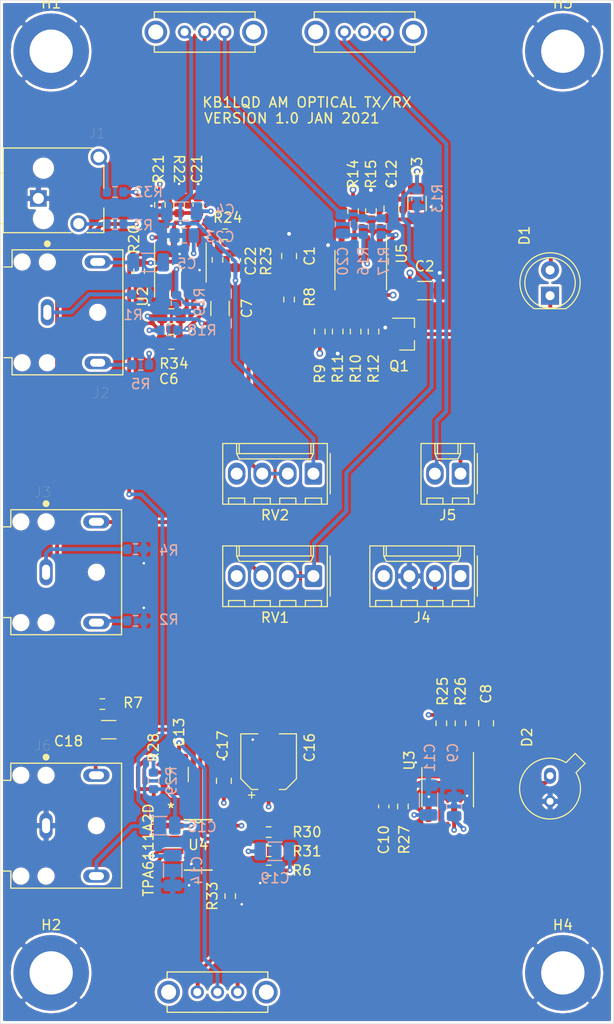
<source format=kicad_pcb>
(kicad_pcb (version 20171130) (host pcbnew 5.1.8-db9833491~88~ubuntu18.04.1)
  (layers (0 F.Cu signal hide) (1 In1.Cu signal hide) (2 In2.Cu signal hide) (31 B.Cu signal) (34 B.Paste user hide) (35 F.Paste user hide) (36 B.SilkS user) (37 F.SilkS user hide) (38 B.Mask user hide) (39 F.Mask user hide) (44 Edge.Cuts user hide))
  (net 0 "")
  (net 1 GND)
  (net 2 "Net-(C1-Pad1)")
  (net 3 +5V)
  (net 4 "Net-(C3-Pad2)")
  (net 5 "Net-(C12-Pad1)")
  (net 6 "/Michrophone Pre-Amp/AUDIO_INPUT")
  (net 7 "Net-(C5-Pad1)")
  (net 8 "Net-(C6-Pad2)")
  (net 9 "Net-(C6-Pad1)")
  (net 10 "Net-(C7-Pad1)")
  (net 11 "Net-(C8-Pad1)")
  (net 12 "Net-(C10-Pad2)")
  (net 13 "/Photodiode Transimpedance Amplifier/OUTPUT")
  (net 14 "Net-(C13-Pad2)")
  (net 15 /Sheet5FD6A4A6/IN1)
  (net 16 "Net-(C14-Pad2)")
  (net 17 AUDIO_OUT1)
  (net 18 "Net-(C15-Pad1)")
  (net 19 AUDIO_OUT2)
  (net 20 "Net-(C18-Pad1)")
  (net 21 /Sheet5FD6A4A6/IN2)
  (net 22 "Net-(C19-Pad1)")
  (net 23 "Net-(C20-Pad2)")
  (net 24 /Headphone_Input/AUDIO_OUTPUT)
  (net 25 "Net-(C21-Pad1)")
  (net 26 "Net-(C22-Pad2)")
  (net 27 "/Michrophone Pre-Amp/AUDIO_OUTPUT")
  (net 28 "Net-(D1-Pad2)")
  (net 29 "/LED Driver/LED_RTN")
  (net 30 "Net-(J1-Pad2)")
  (net 31 "Net-(J1-Pad1)")
  (net 32 "Net-(J2-Pad2)")
  (net 33 "Net-(J2-Pad3)")
  (net 34 /Headphone_Input/AUDIO_INPUT)
  (net 35 "Net-(J3-Pad2)")
  (net 36 "Net-(J3-Pad1)")
  (net 37 "Net-(J4-Pad4)")
  (net 38 "Net-(J4-Pad2)")
  (net 39 "Net-(J5-Pad2)")
  (net 40 "Net-(Q1-Pad2)")
  (net 41 "Net-(Q1-Pad1)")
  (net 42 "/LED Driver/AUDIO_INPUT")
  (net 43 "Net-(R11-Pad2)")
  (net 44 "Net-(R17-Pad2)")
  (net 45 "Net-(R18-Pad1)")
  (net 46 "Net-(R24-Pad1)")
  (net 47 "Net-(R28-Pad1)")
  (net 48 "Net-(R30-Pad1)")
  (net 49 "Net-(R33-Pad2)")
  (module Package_SO:SOIC-8_3.9x4.9mm_P1.27mm (layer F.Cu) (at 144.907 51.435 90)
    (fp_text reference U2 (at -3.3782 -3.7338 90) (layer F.SilkS))
    (fp_text value AD8646)
    (pad 8 smd roundrect (at 2.475 -1.905 90) (size 1.95 0.6) (layers F.Cu F.Paste F.Mask) (net 3 +5V))
    (pad 7 smd roundrect (at 2.475 -0.635 90) (size 1.95 0.6) (layers F.Cu F.Paste F.Mask) (net 27 "/Michrophone Pre-Amp/AUDIO_OUTPUT"))
    (pad 6 smd roundrect (at 2.475 0.635 90) (size 1.95 0.6) (layers F.Cu F.Paste F.Mask) (net 25 "Net-(C21-Pad1)"))
    (pad 5 smd roundrect (at 2.475 1.905 90) (size 1.95 0.6) (layers F.Cu F.Paste F.Mask) (net 26 "Net-(C22-Pad2)"))
    (pad 4 smd roundrect (at -2.475 1.905 90) (size 1.95 0.6) (layers F.Cu F.Paste F.Mask) (net 1 GND))
    (pad 3 smd roundrect (at -2.475 0.635 90) (size 1.95 0.6) (layers F.Cu F.Paste F.Mask) (net 8 "Net-(C6-Pad2)"))
    (pad 2 smd roundrect (at -2.475 -0.635 90) (size 1.95 0.6) (layers F.Cu F.Paste F.Mask) (net 45 "Net-(R18-Pad1)"))
    (pad 1 smd roundrect (at -2.475 -1.905 90) (size 1.95 0.6) (layers F.Cu F.Paste F.Mask) (net 9 "Net-(C6-Pad1)"))
  )
  (module MountingHole:MountingHole_4.3mm_M4_DIN965_Pad (layer F.Cu) (at 182.88 121.92)
    (fp_text reference H4 (at 0 -4.75) (layer F.SilkS))
    (fp_text value MountingHole_Pad)
    (pad 1 thru_hole circle (at 0 0) (size 7.5 7.5) (drill 4.3) (layers *.Cu *.Mask) (net 1 GND))
  )
  (module MountingHole:MountingHole_4.3mm_M4_DIN965_Pad (layer F.Cu) (at 182.88 30.48)
    (fp_text reference H3 (at 0 -4.75) (layer F.SilkS))
    (fp_text value MountingHole_Pad)
    (pad 1 thru_hole circle (at 0 0) (size 7.5 7.5) (drill 4.3) (layers *.Cu *.Mask) (net 1 GND))
  )
  (module MountingHole:MountingHole_4.3mm_M4_DIN965_Pad (layer F.Cu) (at 132.08 121.92)
    (fp_text reference H2 (at 0 -4.75) (layer F.SilkS))
    (fp_text value MountingHole_Pad)
    (pad 1 thru_hole circle (at 0 0) (size 7.5 7.5) (drill 4.3) (layers *.Cu *.Mask) (net 1 GND))
  )
  (module MountingHole:MountingHole_4.3mm_M4_DIN965_Pad (layer F.Cu) (at 132.08 30.48)
    (fp_text reference H1 (at 0 -4.75) (layer F.SilkS))
    (fp_text value MountingHole_Pad)
    (pad 1 thru_hole circle (at 0 0) (size 7.5 7.5) (drill 4.3) (layers *.Cu *.Mask) (net 1 GND))
  )
  (module SJ1-3523N:CUI_SJ1-3523N (layer F.Cu) (at 131.572 107.315)
    (fp_text reference J6 (at -0.325135 -7.938185) (layer F.SilkS) (effects (font (size 1.000402 1.000402) (thickness 0.015))))
    (fp_text value SJ1-3523N)
    (pad None np_thru_hole circle (at 0 5) (size 1.2 1.2) (drill 1.2) (layers *.Cu *.Mask))
    (pad None np_thru_hole circle (at -2.5 5) (size 1.2 1.2) (drill 1.2) (layers *.Cu *.Mask))
    (pad None np_thru_hole circle (at 5 0) (size 1.2 1.2) (drill 1.2) (layers *.Cu *.Mask))
    (pad None np_thru_hole circle (at 0 -5) (size 1.2 1.2) (drill 1.2) (layers *.Cu *.Mask))
    (pad None np_thru_hole circle (at -2.5 -5) (size 1.2 1.2) (drill 1.2) (layers *.Cu *.Mask))
    (pad 3 thru_hole oval (at 5 -5) (size 2.616 1.308) (drill oval 1.5 0.8) (layers *.Cu *.Mask) (net 19 AUDIO_OUT2))
    (pad 2 thru_hole oval (at 5 5) (size 2.616 1.308) (drill oval 1.5 0.8) (layers *.Cu *.Mask) (net 17 AUDIO_OUT1))
    (pad 1 thru_hole oval (at 0 0) (size 1.308 2.616) (drill oval 0.8 1.5) (layers *.Cu *.Mask) (net 1 GND))
  )
  (module SJ1-3523N:CUI_SJ1-3523N (layer F.Cu) (at 131.572 82.169)
    (fp_text reference J3 (at -0.325135 -7.938185) (layer F.SilkS) (effects (font (size 1.000402 1.000402) (thickness 0.015))))
    (fp_text value SJ1-3523N)
    (pad None np_thru_hole circle (at 0 5) (size 1.2 1.2) (drill 1.2) (layers *.Cu *.Mask))
    (pad None np_thru_hole circle (at -2.5 5) (size 1.2 1.2) (drill 1.2) (layers *.Cu *.Mask))
    (pad None np_thru_hole circle (at 5 0) (size 1.2 1.2) (drill 1.2) (layers *.Cu *.Mask))
    (pad None np_thru_hole circle (at 0 -5) (size 1.2 1.2) (drill 1.2) (layers *.Cu *.Mask))
    (pad None np_thru_hole circle (at -2.5 -5) (size 1.2 1.2) (drill 1.2) (layers *.Cu *.Mask))
    (pad 3 thru_hole oval (at 5 -5) (size 2.616 1.308) (drill oval 1.5 0.8) (layers *.Cu *.Mask) (net 34 /Headphone_Input/AUDIO_INPUT))
    (pad 2 thru_hole oval (at 5 5) (size 2.616 1.308) (drill oval 1.5 0.8) (layers *.Cu *.Mask) (net 35 "Net-(J3-Pad2)"))
    (pad 1 thru_hole oval (at 0 0) (size 1.308 2.616) (drill oval 0.8 1.5) (layers *.Cu *.Mask) (net 36 "Net-(J3-Pad1)"))
  )
  (module SJ1-3523N:CUI_SJ1-3523N (layer F.Cu) (at 131.699 56.388)
    (fp_text reference J1 (at 4.953 -17.78) (layer F.SilkS) (effects (font (size 1.000402 1.000402) (thickness 0.015))))
    (fp_text value SJ1-3523N)
    (pad None np_thru_hole circle (at 0 5) (size 1.2 1.2) (drill 1.2) (layers *.Cu *.Mask))
    (pad None np_thru_hole circle (at -2.5 5) (size 1.2 1.2) (drill 1.2) (layers *.Cu *.Mask))
    (pad None np_thru_hole circle (at 5 0) (size 1.2 1.2) (drill 1.2) (layers *.Cu *.Mask))
    (pad None np_thru_hole circle (at 0 -5) (size 1.2 1.2) (drill 1.2) (layers *.Cu *.Mask))
    (pad None np_thru_hole circle (at -2.5 -5) (size 1.2 1.2) (drill 1.2) (layers *.Cu *.Mask))
    (pad 3 thru_hole oval (at 5 -5) (size 2.616 1.308) (drill oval 1.5 0.8) (layers *.Cu *.Mask) (net 6 "/Michrophone Pre-Amp/AUDIO_INPUT"))
    (pad 2 thru_hole oval (at 5 5) (size 2.616 1.308) (drill oval 1.5 0.8) (layers *.Cu *.Mask) (net 30 "Net-(J1-Pad2)"))
    (pad 1 thru_hole oval (at 0 0) (size 1.308 2.616) (drill oval 0.8 1.5) (layers *.Cu *.Mask) (net 31 "Net-(J1-Pad1)"))
  )
  (module EG1213:SW_EG1213 (layer F.Cu) (at 147.32 28.575 180)
    (fp_text reference SW1 (at 0 0) (layer F.SilkS) (effects (font (size 0.787402 0.787402) (thickness 0.015))))
    (fp_text value EG1213)
    (pad P$5 thru_hole circle (at 4.85 0 180) (size 2.25 2.25) (drill 1.5) (layers *.Cu *.Mask))
    (pad P$4 thru_hole circle (at -4.85 0 180) (size 2.25 2.25) (drill 1.5) (layers *.Cu *.Mask))
    (pad 3 thru_hole circle (at 2 0 180) (size 1.308 1.308) (drill 0.8) (layers *.Cu *.Mask) (net 27 "/Michrophone Pre-Amp/AUDIO_OUTPUT"))
    (pad 1 thru_hole circle (at -2 0 180) (size 1.308 1.308) (drill 0.8) (layers *.Cu *.Mask) (net 24 /Headphone_Input/AUDIO_OUTPUT))
    (pad 2 thru_hole circle (at 0 0 180) (size 1.308 1.308) (drill 0.8) (layers *.Cu *.Mask) (net 42 "/LED Driver/AUDIO_INPUT"))
  )
  (module Package_SO:SOIC-8_3.9x4.9mm_P1.27mm (layer F.Cu) (at 162.814 52.197 270)
    (fp_text reference U5 (at -1.651 -4.064 90) (layer F.SilkS))
    (fp_text value AD8646)
    (pad 8 smd roundrect (at 2.475 -1.905 270) (size 1.95 0.6) (layers F.Cu F.Paste F.Mask) (net 3 +5V))
    (pad 7 smd roundrect (at 2.475 -0.635 270) (size 1.95 0.6) (layers F.Cu F.Paste F.Mask) (net 41 "Net-(Q1-Pad1)"))
    (pad 6 smd roundrect (at 2.475 0.635 270) (size 1.95 0.6) (layers F.Cu F.Paste F.Mask) (net 43 "Net-(R11-Pad2)"))
    (pad 5 smd roundrect (at 2.475 1.905 270) (size 1.95 0.6) (layers F.Cu F.Paste F.Mask) (net 2 "Net-(C1-Pad1)"))
    (pad 4 smd roundrect (at -2.475 1.905 270) (size 1.95 0.6) (layers F.Cu F.Paste F.Mask) (net 1 GND))
    (pad 3 smd roundrect (at -2.475 0.635 270) (size 1.95 0.6) (layers F.Cu F.Paste F.Mask) (net 5 "Net-(C12-Pad1)"))
    (pad 2 smd roundrect (at -2.475 -0.635 270) (size 1.95 0.6) (layers F.Cu F.Paste F.Mask) (net 23 "Net-(C20-Pad2)"))
    (pad 1 smd roundrect (at -2.475 -1.905 270) (size 1.95 0.6) (layers F.Cu F.Paste F.Mask) (net 44 "Net-(R17-Pad2)"))
  )
  (module Capacitor_SMD:C_0805_2012Metric (layer B.Cu) (at 161.036 47.625 270)
    (fp_text reference C20 (at 3.683 0 90) (layer B.SilkS) (effects (justify mirror)))
    (fp_text value DNP)
    (pad 2 smd roundrect (at 0.95 0 270) (size 1 1.45) (layers B.Cu B.Paste B.Mask) (net 23 "Net-(C20-Pad2)"))
    (pad 1 smd roundrect (at -0.95 0 270) (size 1 1.45) (layers B.Cu B.Paste B.Mask) (net 24 /Headphone_Input/AUDIO_OUTPUT))
  )
  (module TPA6111A2D:TPA6111A2D (layer F.Cu) (at 146.685 109.22)
    (fp_text reference U4 (at 0 0) (layer F.SilkS))
    (fp_text value TPA6111A2D (at -4.953 0.508 90) (layer F.SilkS))
    (fp_text user * (at -2.7178 -3.6068) (layer F.SilkS))
    (fp_text user * (at -2.7178 -3.6068) (layer F.SilkS))
    (pad 8 smd rect (at 2.4638 -1.905) (size 1.9812 0.5588) (layers F.Cu F.Paste F.Mask) (net 3 +5V))
    (pad 7 smd rect (at 2.4638 -0.635) (size 1.9812 0.5588) (layers F.Cu F.Paste F.Mask) (net 20 "Net-(C18-Pad1)"))
    (pad 6 smd rect (at 2.4638 0.635) (size 1.9812 0.5588) (layers F.Cu F.Paste F.Mask) (net 48 "Net-(R30-Pad1)"))
    (pad 5 smd rect (at 2.4638 1.905) (size 1.9812 0.5588) (layers F.Cu F.Paste F.Mask) (net 49 "Net-(R33-Pad2)"))
    (pad 4 smd rect (at -2.4638 1.905) (size 1.9812 0.5588) (layers F.Cu F.Paste F.Mask) (net 1 GND))
    (pad 3 smd rect (at -2.4638 0.635) (size 1.9812 0.5588) (layers F.Cu F.Paste F.Mask) (net 16 "Net-(C14-Pad2)"))
    (pad 2 smd rect (at -2.4638 -0.635) (size 1.9812 0.5588) (layers F.Cu F.Paste F.Mask) (net 47 "Net-(R28-Pad1)"))
    (pad 1 smd rect (at -2.4638 -1.905) (size 1.9812 0.5588) (layers F.Cu F.Paste F.Mask) (net 18 "Net-(C15-Pad1)"))
  )
  (module Package_SO:SOIC-8_3.9x4.9mm_P1.27mm (layer F.Cu) (at 171.45 103.505 270)
    (fp_text reference U3 (at -2.667 3.81 90) (layer F.SilkS))
    (fp_text value ADA4610-1)
    (pad 8 smd roundrect (at 2.475 -1.905 270) (size 1.95 0.6) (layers F.Cu F.Paste F.Mask))
    (pad 7 smd roundrect (at 2.475 -0.635 270) (size 1.95 0.6) (layers F.Cu F.Paste F.Mask) (net 3 +5V))
    (pad 6 smd roundrect (at 2.475 0.635 270) (size 1.95 0.6) (layers F.Cu F.Paste F.Mask) (net 13 "/Photodiode Transimpedance Amplifier/OUTPUT"))
    (pad 5 smd roundrect (at 2.475 1.905 270) (size 1.95 0.6) (layers F.Cu F.Paste F.Mask))
    (pad 4 smd roundrect (at -2.475 1.905 270) (size 1.95 0.6) (layers F.Cu F.Paste F.Mask) (net 1 GND))
    (pad 3 smd roundrect (at -2.475 0.635 270) (size 1.95 0.6) (layers F.Cu F.Paste F.Mask) (net 11 "Net-(C8-Pad1)"))
    (pad 2 smd roundrect (at -2.475 -0.635 270) (size 1.95 0.6) (layers F.Cu F.Paste F.Mask) (net 12 "Net-(C10-Pad2)"))
    (pad 1 smd roundrect (at -2.475 -1.905 270) (size 1.95 0.6) (layers F.Cu F.Paste F.Mask))
  )
  (module EG1213:SW_EG1213 (layer F.Cu) (at 163.195 28.575 180)
    (fp_text reference SW3 (at 0 0) (layer F.SilkS) (effects (font (size 0.787402 0.787402) (thickness 0.015))))
    (fp_text value EG1213)
    (pad P$5 thru_hole circle (at 4.85 0 180) (size 2.25 2.25) (drill 1.5) (layers *.Cu *.Mask))
    (pad P$4 thru_hole circle (at -4.85 0 180) (size 2.25 2.25) (drill 1.5) (layers *.Cu *.Mask))
    (pad 3 thru_hole circle (at 2 0 180) (size 1.308 1.308) (drill 0.8) (layers *.Cu *.Mask) (net 39 "Net-(J5-Pad2)"))
    (pad 1 thru_hole circle (at -2 0 180) (size 1.308 1.308) (drill 0.8) (layers *.Cu *.Mask) (net 28 "Net-(D1-Pad2)"))
    (pad 2 thru_hole circle (at 0 0 180) (size 1.308 1.308) (drill 0.8) (layers *.Cu *.Mask) (net 3 +5V))
  )
  (module EG1213:SW_EG1213 (layer F.Cu) (at 148.59 123.825)
    (fp_text reference SW2 (at 0 0) (layer F.SilkS) (effects (font (size 0.787402 0.787402) (thickness 0.015))))
    (fp_text value EG1213)
    (pad P$5 thru_hole circle (at 4.85 0) (size 2.25 2.25) (drill 1.5) (layers *.Cu *.Mask))
    (pad P$4 thru_hole circle (at -4.85 0) (size 2.25 2.25) (drill 1.5) (layers *.Cu *.Mask))
    (pad 3 thru_hole circle (at 2 0) (size 1.308 1.308) (drill 0.8) (layers *.Cu *.Mask) (net 13 "/Photodiode Transimpedance Amplifier/OUTPUT"))
    (pad 1 thru_hole circle (at -2 0) (size 1.308 1.308) (drill 0.8) (layers *.Cu *.Mask) (net 38 "Net-(J4-Pad2)"))
    (pad 2 thru_hole circle (at 0 0) (size 1.308 1.308) (drill 0.8) (layers *.Cu *.Mask) (net 15 /Sheet5FD6A4A6/IN1))
  )
  (module Connector_Molex:Molex_KK-254_AE-6410-04A_1x04_P2.54mm_Vertical (layer F.Cu) (at 158.115 72.39 180)
    (fp_text reference RV2 (at 3.81 -4.12) (layer F.SilkS))
    (fp_text value 50k)
    (pad 4 thru_hole oval (at 7.62 0 180) (size 1.74 2.19) (drill 1.19) (layers *.Cu *.Mask))
    (pad 3 thru_hole oval (at 5.08 0 180) (size 1.74 2.19) (drill 1.19) (layers *.Cu *.Mask) (net 46 "Net-(R24-Pad1)"))
    (pad 2 thru_hole oval (at 2.54 0 180) (size 1.74 2.19) (drill 1.19) (layers *.Cu *.Mask) (net 46 "Net-(R24-Pad1)"))
    (pad 1 thru_hole roundrect (at 0 0 180) (size 1.74 2.19) (drill 1.19) (layers *.Cu *.Mask) (roundrect_rratio 0.1436775862068966) (net 27 "/Michrophone Pre-Amp/AUDIO_OUTPUT"))
  )
  (module Connector_Molex:Molex_KK-254_AE-6410-04A_1x04_P2.54mm_Vertical (layer F.Cu) (at 158.115 82.55 180)
    (fp_text reference RV1 (at 3.81 -4.12) (layer F.SilkS))
    (fp_text value 50k)
    (pad 4 thru_hole oval (at 7.62 0 180) (size 1.74 2.19) (drill 1.19) (layers *.Cu *.Mask))
    (pad 3 thru_hole oval (at 5.08 0 180) (size 1.74 2.19) (drill 1.19) (layers *.Cu *.Mask) (net 34 /Headphone_Input/AUDIO_INPUT))
    (pad 2 thru_hole oval (at 2.54 0 180) (size 1.74 2.19) (drill 1.19) (layers *.Cu *.Mask) (net 4 "Net-(C3-Pad2)"))
    (pad 1 thru_hole roundrect (at 0 0 180) (size 1.74 2.19) (drill 1.19) (layers *.Cu *.Mask) (roundrect_rratio 0.1436775862068966) (net 4 "Net-(C3-Pad2)"))
  )
  (module Resistor_SMD:R_0805_2012Metric (layer F.Cu) (at 144.018 56.769)
    (fp_text reference R34 (at 0.254 4.699) (layer F.SilkS))
    (fp_text value 100k)
    (pad 2 smd roundrect (at 0.9125 0) (size 1.025 1.4) (layers F.Cu F.Paste F.Mask) (roundrect_rratio 0.2439014634146341) (net 8 "Net-(C6-Pad2)"))
    (pad 1 smd roundrect (at -0.9125 0) (size 1.025 1.4) (layers F.Cu F.Paste F.Mask) (roundrect_rratio 0.2439014634146341) (net 9 "Net-(C6-Pad1)"))
  )
  (module Resistor_SMD:R_0603_1608Metric (layer F.Cu) (at 149.86 114.3 90)
    (fp_text reference R33 (at 0 -1.778 90) (layer F.SilkS))
    (fp_text value 0)
    (pad 2 smd roundrect (at 0.825 0 90) (size 0.8 0.95) (layers F.Cu F.Paste F.Mask) (net 49 "Net-(R33-Pad2)"))
    (pad 1 smd roundrect (at -0.825 0 90) (size 0.8 0.95) (layers F.Cu F.Paste F.Mask) (net 1 GND))
  )
  (module Resistor_SMD:R_0603_1608Metric (layer B.Cu) (at 138.43 44.45)
    (fp_text reference R32 (at 3.302 0) (layer B.SilkS) (effects (justify mirror)))
    (fp_text value 0)
    (pad 2 smd roundrect (at 0.825 0) (size 0.8 0.95) (layers B.Cu B.Paste B.Mask) (net 17 AUDIO_OUT1))
    (pad 1 smd roundrect (at -0.825 0) (size 0.8 0.95) (layers B.Cu B.Paste B.Mask) (net 33 "Net-(J2-Pad3)"))
  )
  (module Resistor_SMD:R_0603_1608Metric (layer F.Cu) (at 153.67 109.855)
    (fp_text reference R31 (at 3.81 0) (layer F.SilkS))
    (fp_text value 10k)
    (pad 2 smd roundrect (at 0.825 0) (size 0.8 0.95) (layers F.Cu F.Paste F.Mask) (net 48 "Net-(R30-Pad1)"))
    (pad 1 smd roundrect (at -0.825 0) (size 0.8 0.95) (layers F.Cu F.Paste F.Mask) (net 22 "Net-(C19-Pad1)"))
  )
  (module Resistor_SMD:R_0603_1608Metric (layer F.Cu) (at 153.67 107.95 180)
    (fp_text reference R30 (at -3.81 0) (layer F.SilkS))
    (fp_text value 10k)
    (pad 2 smd roundrect (at 0.825 0 180) (size 0.8 0.95) (layers F.Cu F.Paste F.Mask) (net 20 "Net-(C18-Pad1)"))
    (pad 1 smd roundrect (at -0.825 0 180) (size 0.8 0.95) (layers F.Cu F.Paste F.Mask) (net 48 "Net-(R30-Pad1)"))
  )
  (module Resistor_SMD:R_0603_1608Metric (layer B.Cu) (at 142.24 102.87 90)
    (fp_text reference R29 (at 0 1.778 270) (layer B.SilkS) (effects (justify mirror)))
    (fp_text value 10k)
    (pad 2 smd roundrect (at 0.825 0 90) (size 0.8 0.95) (layers B.Cu B.Paste B.Mask) (net 47 "Net-(R28-Pad1)"))
    (pad 1 smd roundrect (at -0.825 0 90) (size 0.8 0.95) (layers B.Cu B.Paste B.Mask) (net 18 "Net-(C15-Pad1)"))
  )
  (module Resistor_SMD:R_0603_1608Metric (layer F.Cu) (at 142.24 102.87 90)
    (fp_text reference R28 (at 3.302 0 90) (layer F.SilkS))
    (fp_text value 10k)
    (pad 2 smd roundrect (at 0.825 0 90) (size 0.8 0.95) (layers F.Cu F.Paste F.Mask) (net 14 "Net-(C13-Pad2)"))
    (pad 1 smd roundrect (at -0.825 0 90) (size 0.8 0.95) (layers F.Cu F.Paste F.Mask) (net 47 "Net-(R28-Pad1)"))
  )
  (module Resistor_SMD:R_0603_1608Metric (layer F.Cu) (at 167.005 105.41 90)
    (fp_text reference R27 (at -3.302 0.127 90) (layer F.SilkS))
    (fp_text value 500k)
    (pad 2 smd roundrect (at 0.825 0 90) (size 0.8 0.95) (layers F.Cu F.Paste F.Mask) (net 12 "Net-(C10-Pad2)"))
    (pad 1 smd roundrect (at -0.825 0 90) (size 0.8 0.95) (layers F.Cu F.Paste F.Mask) (net 13 "/Photodiode Transimpedance Amplifier/OUTPUT"))
  )
  (module Resistor_SMD:R_0603_1608Metric (layer F.Cu) (at 172.72 97.155 90)
    (fp_text reference R26 (at 3.175 0 90) (layer F.SilkS))
    (fp_text value 10k)
    (pad 2 smd roundrect (at 0.825 0 90) (size 0.8 0.95) (layers F.Cu F.Paste F.Mask) (net 1 GND))
    (pad 1 smd roundrect (at -0.825 0 90) (size 0.8 0.95) (layers F.Cu F.Paste F.Mask) (net 11 "Net-(C8-Pad1)"))
  )
  (module Resistor_SMD:R_0603_1608Metric (layer F.Cu) (at 170.815 97.155 270)
    (fp_text reference R25 (at -3.175 -0.127 90) (layer F.SilkS))
    (fp_text value 10k)
    (pad 2 smd roundrect (at 0.825 0 270) (size 0.8 0.95) (layers F.Cu F.Paste F.Mask) (net 11 "Net-(C8-Pad1)"))
    (pad 1 smd roundrect (at -0.825 0 270) (size 0.8 0.95) (layers F.Cu F.Paste F.Mask) (net 3 +5V))
  )
  (module Resistor_SMD:R_0603_1608Metric (layer F.Cu) (at 149.352 48.641 180)
    (fp_text reference R24 (at -0.254 1.651) (layer F.SilkS))
    (fp_text value 1k)
    (pad 2 smd roundrect (at 0.825 0 180) (size 0.8 0.95) (layers F.Cu F.Paste F.Mask) (net 26 "Net-(C22-Pad2)"))
    (pad 1 smd roundrect (at -0.825 0 180) (size 0.8 0.95) (layers F.Cu F.Paste F.Mask) (net 46 "Net-(R24-Pad1)"))
  )
  (module Resistor_SMD:R_0603_1608Metric (layer F.Cu) (at 148.59 51.181 270)
    (fp_text reference R23 (at 0.127 -4.826 90) (layer F.SilkS))
    (fp_text value 1k)
    (pad 2 smd roundrect (at 0.825 0 270) (size 0.8 0.95) (layers F.Cu F.Paste F.Mask) (net 10 "Net-(C7-Pad1)"))
    (pad 1 smd roundrect (at -0.825 0 270) (size 0.8 0.95) (layers F.Cu F.Paste F.Mask) (net 26 "Net-(C22-Pad2)"))
  )
  (module Resistor_SMD:R_0603_1608Metric (layer F.Cu) (at 144.78 45.72 270)
    (fp_text reference R22 (at -3.556 0 270 unlocked) (layer F.SilkS))
    (fp_text value 1k)
    (pad 2 smd roundrect (at 0.825 0 270) (size 0.8 0.95) (layers F.Cu F.Paste F.Mask) (net 25 "Net-(C21-Pad1)"))
    (pad 1 smd roundrect (at -0.825 0 270) (size 0.8 0.95) (layers F.Cu F.Paste F.Mask) (net 1 GND))
  )
  (module Resistor_SMD:R_0603_1608Metric (layer F.Cu) (at 142.875 45.72 90)
    (fp_text reference R21 (at 3.556 -0.127 -90) (layer F.SilkS))
    (fp_text value 3.24k)
    (pad 2 smd roundrect (at 0.825 0 90) (size 0.8 0.95) (layers F.Cu F.Paste F.Mask) (net 3 +5V))
    (pad 1 smd roundrect (at -0.825 0 90) (size 0.8 0.95) (layers F.Cu F.Paste F.Mask) (net 25 "Net-(C21-Pad1)"))
  )
  (module Resistor_SMD:R_0603_1608Metric (layer F.Cu) (at 140.8176 52.2986 90)
    (fp_text reference R20 (at 3.175 -0.508 90) (layer F.SilkS))
    (fp_text value 1k)
    (pad 2 smd roundrect (at 0.825 0 90) (size 0.8 0.95) (layers F.Cu F.Paste F.Mask) (net 7 "Net-(C5-Pad1)"))
    (pad 1 smd roundrect (at -0.825 0 90) (size 0.8 0.95) (layers F.Cu F.Paste F.Mask) (net 8 "Net-(C6-Pad2)"))
  )
  (module Resistor_SMD:R_0603_1608Metric (layer B.Cu) (at 144.526 55.499 90)
    (fp_text reference R19 (at 0.127 2.286 270) (layer B.SilkS) (effects (justify mirror)))
    (fp_text value 1k)
    (pad 2 smd roundrect (at 0.825 0 90) (size 0.8 0.95) (layers B.Cu B.Paste B.Mask) (net 45 "Net-(R18-Pad1)"))
    (pad 1 smd roundrect (at -0.825 0 90) (size 0.8 0.95) (layers B.Cu B.Paste B.Mask) (net 1 GND))
  )
  (module Resistor_SMD:R_0603_1608Metric (layer B.Cu) (at 143.764 58.166 180)
    (fp_text reference R18 (at -3.302 0 180) (layer B.SilkS) (effects (justify mirror)))
    (fp_text value 3.24k)
    (pad 2 smd roundrect (at 0.825 0 180) (size 0.8 0.95) (layers B.Cu B.Paste B.Mask) (net 3 +5V))
    (pad 1 smd roundrect (at -0.825 0 180) (size 0.8 0.95) (layers B.Cu B.Paste B.Mask) (net 45 "Net-(R18-Pad1)"))
  )
  (module Resistor_SMD:R_0603_1608Metric (layer B.Cu) (at 164.846 47.879 270)
    (fp_text reference R17 (at 3.429 -0.254 90) (layer B.SilkS) (effects (justify mirror)))
    (fp_text value 0)
    (pad 2 smd roundrect (at 0.825 0 270) (size 0.8 0.95) (layers B.Cu B.Paste B.Mask) (net 44 "Net-(R17-Pad2)"))
    (pad 1 smd roundrect (at -0.825 0 270) (size 0.8 0.95) (layers B.Cu B.Paste B.Mask) (net 24 /Headphone_Input/AUDIO_OUTPUT))
  )
  (module Resistor_SMD:R_0603_1608Metric (layer B.Cu) (at 163.068 47.879 270)
    (fp_text reference R16 (at 3.429 0 90) (layer B.SilkS) (effects (justify mirror)))
    (fp_text value 3.2k)
    (pad 2 smd roundrect (at 0.825 0 270) (size 0.8 0.95) (layers B.Cu B.Paste B.Mask) (net 23 "Net-(C20-Pad2)"))
    (pad 1 smd roundrect (at -0.825 0 270) (size 0.8 0.95) (layers B.Cu B.Paste B.Mask) (net 24 /Headphone_Input/AUDIO_OUTPUT))
  )
  (module Resistor_SMD:R_0603_1608Metric (layer F.Cu) (at 163.83 46.355 90)
    (fp_text reference R15 (at 3.683 0 90) (layer F.SilkS))
    (fp_text value 1k)
    (pad 2 smd roundrect (at 0.825 0 90) (size 0.8 0.95) (layers F.Cu F.Paste F.Mask) (net 1 GND))
    (pad 1 smd roundrect (at -0.825 0 90) (size 0.8 0.95) (layers F.Cu F.Paste F.Mask) (net 5 "Net-(C12-Pad1)"))
  )
  (module Resistor_SMD:R_0603_1608Metric (layer F.Cu) (at 162.052 46.355 270)
    (fp_text reference R14 (at -3.683 0 90) (layer F.SilkS))
    (fp_text value 3.2k)
    (pad 2 smd roundrect (at 0.825 0 270) (size 0.8 0.95) (layers F.Cu F.Paste F.Mask) (net 5 "Net-(C12-Pad1)"))
    (pad 1 smd roundrect (at -0.825 0 270) (size 0.8 0.95) (layers F.Cu F.Paste F.Mask) (net 3 +5V))
  )
  (module Resistor_SMD:R_0603_1608Metric (layer B.Cu) (at 168.402 45.085 270)
    (fp_text reference R13 (at 0 -2.032 270) (layer B.SilkS) (effects (justify mirror)))
    (fp_text value 10k)
    (pad 2 smd roundrect (at 0.825 0 270) (size 0.8 0.95) (layers B.Cu B.Paste B.Mask) (net 1 GND))
    (pad 1 smd roundrect (at -0.825 0 270) (size 0.8 0.95) (layers B.Cu B.Paste B.Mask) (net 4 "Net-(C3-Pad2)"))
  )
  (module Resistor_SMD:R_0603_1608Metric (layer F.Cu) (at 164.084 58.293 90)
    (fp_text reference R12 (at -3.683 0 90) (layer F.SilkS))
    (fp_text value 140)
    (pad 2 smd roundrect (at 0.825 0 90) (size 0.8 0.95) (layers F.Cu F.Paste F.Mask) (net 1 GND))
    (pad 1 smd roundrect (at -0.825 0 90) (size 0.8 0.95) (layers F.Cu F.Paste F.Mask) (net 40 "Net-(Q1-Pad2)"))
  )
  (module Resistor_SMD:R_0603_1608Metric (layer F.Cu) (at 162.306 58.293 90)
    (fp_text reference R11 (at -3.683 -1.778 90) (layer F.SilkS))
    (fp_text value 3.2k)
    (pad 2 smd roundrect (at 0.825 0 90) (size 0.8 0.95) (layers F.Cu F.Paste F.Mask) (net 43 "Net-(R11-Pad2)"))
    (pad 1 smd roundrect (at -0.825 0 90) (size 0.8 0.95) (layers F.Cu F.Paste F.Mask) (net 40 "Net-(Q1-Pad2)"))
  )
  (module Resistor_SMD:R_0603_1608Metric (layer F.Cu) (at 160.528 58.293 270)
    (fp_text reference R10 (at 3.683 -1.778 90) (layer F.SilkS))
    (fp_text value 1k)
    (pad 2 smd roundrect (at 0.825 0 270) (size 0.8 0.95) (layers F.Cu F.Paste F.Mask) (net 1 GND))
    (pad 1 smd roundrect (at -0.825 0 270) (size 0.8 0.95) (layers F.Cu F.Paste F.Mask) (net 2 "Net-(C1-Pad1)"))
  )
  (module Resistor_SMD:R_0603_1608Metric (layer F.Cu) (at 158.75 58.293 90)
    (fp_text reference R9 (at -4.191 0 90) (layer F.SilkS))
    (fp_text value 3.2k)
    (pad 2 smd roundrect (at 0.825 0 90) (size 0.8 0.95) (layers F.Cu F.Paste F.Mask) (net 2 "Net-(C1-Pad1)"))
    (pad 1 smd roundrect (at -0.825 0 90) (size 0.8 0.95) (layers F.Cu F.Paste F.Mask) (net 3 +5V))
  )
  (module Resistor_SMD:R_0603_1608Metric (layer F.Cu) (at 155.702 55.118 270)
    (fp_text reference R8 (at -0.254 -2.032 90) (layer F.SilkS))
    (fp_text value 10k)
    (pad 2 smd roundrect (at 0.825 0 270) (size 0.8 0.95) (layers F.Cu F.Paste F.Mask) (net 42 "/LED Driver/AUDIO_INPUT"))
    (pad 1 smd roundrect (at -0.825 0 270) (size 0.8 0.95) (layers F.Cu F.Paste F.Mask) (net 2 "Net-(C1-Pad1)"))
  )
  (module Resistor_SMD:R_0603_1608Metric (layer F.Cu) (at 137.16 95.25)
    (fp_text reference R7 (at 3.048 -0.127) (layer F.SilkS))
    (fp_text value 10k)
    (pad 2 smd roundrect (at 0.825 0) (size 0.8 0.95) (layers F.Cu F.Paste F.Mask) (net 1 GND))
    (pad 1 smd roundrect (at -0.825 0) (size 0.8 0.95) (layers F.Cu F.Paste F.Mask) (net 19 AUDIO_OUT2))
  )
  (module Resistor_SMD:R_0603_1608Metric (layer F.Cu) (at 153.67 111.76 180)
    (fp_text reference R6 (at -3.302 0) (layer F.SilkS))
    (fp_text value 10k)
    (pad 2 smd roundrect (at 0.825 0 180) (size 0.8 0.95) (layers F.Cu F.Paste F.Mask) (net 1 GND))
    (pad 1 smd roundrect (at -0.825 0 180) (size 0.8 0.95) (layers F.Cu F.Paste F.Mask) (net 21 /Sheet5FD6A4A6/IN2))
  )
  (module Resistor_SMD:R_0603_1608Metric (layer B.Cu) (at 140.97 61.595)
    (fp_text reference R5 (at 0 1.905) (layer B.SilkS) (effects (justify mirror)))
    (fp_text value 10k)
    (pad 2 smd roundrect (at 0.825 0) (size 0.8 0.95) (layers B.Cu B.Paste B.Mask) (net 3 +5V))
    (pad 1 smd roundrect (at -0.825 0) (size 0.8 0.95) (layers B.Cu B.Paste B.Mask) (net 30 "Net-(J1-Pad2)"))
  )
  (module Resistor_SMD:R_0603_1608Metric (layer B.Cu) (at 140.462 79.883)
    (fp_text reference R4 (at 3.302 0.127) (layer B.SilkS) (effects (justify mirror)))
    (fp_text value 0)
    (pad 2 smd roundrect (at 0.825 0) (size 0.8 0.95) (layers B.Cu B.Paste B.Mask) (net 1 GND))
    (pad 1 smd roundrect (at -0.825 0) (size 0.8 0.95) (layers B.Cu B.Paste B.Mask) (net 36 "Net-(J3-Pad1)"))
  )
  (module Resistor_SMD:R_0603_1608Metric (layer B.Cu) (at 138.43 47.625 180)
    (fp_text reference R3 (at -2.794 -0.127) (layer B.SilkS) (effects (justify mirror)))
    (fp_text value 0)
    (pad 2 smd roundrect (at 0.825 0 180) (size 0.8 0.95) (layers B.Cu B.Paste B.Mask) (net 32 "Net-(J2-Pad2)"))
    (pad 1 smd roundrect (at -0.825 0 180) (size 0.8 0.95) (layers B.Cu B.Paste B.Mask) (net 19 AUDIO_OUT2))
  )
  (module Resistor_SMD:R_0603_1608Metric (layer B.Cu) (at 140.462 86.995)
    (fp_text reference R2 (at 3.302 -0.127) (layer B.SilkS) (effects (justify mirror)))
    (fp_text value 10k)
    (pad 2 smd roundrect (at 0.825 0) (size 0.8 0.95) (layers B.Cu B.Paste B.Mask) (net 1 GND))
    (pad 1 smd roundrect (at -0.825 0) (size 0.8 0.95) (layers B.Cu B.Paste B.Mask) (net 35 "Net-(J3-Pad2)"))
  )
  (module Resistor_SMD:R_0603_1608Metric (layer B.Cu) (at 140.97 54.61)
    (fp_text reference R1 (at -0.762 2.032) (layer B.SilkS) (effects (justify mirror)))
    (fp_text value 0)
    (pad 2 smd roundrect (at 0.825 0) (size 0.8 0.95) (layers B.Cu B.Paste B.Mask) (net 1 GND))
    (pad 1 smd roundrect (at -0.825 0) (size 0.8 0.95) (layers B.Cu B.Paste B.Mask) (net 31 "Net-(J1-Pad1)"))
  )
  (module Package_TO_SOT_SMD:SOT-23 (layer F.Cu) (at 167.386 58.547)
    (fp_text reference Q1 (at -0.762 3.175) (layer F.SilkS))
    (fp_text value PMBF170)
    (pad 3 smd rect (at 1 0) (size 0.9 0.8) (layers F.Cu F.Paste F.Mask) (net 29 "/LED Driver/LED_RTN"))
    (pad 2 smd rect (at -1 0.95) (size 0.9 0.8) (layers F.Cu F.Paste F.Mask) (net 40 "Net-(Q1-Pad2)"))
    (pad 1 smd rect (at -1 -0.95) (size 0.9 0.8) (layers F.Cu F.Paste F.Mask) (net 41 "Net-(Q1-Pad1)"))
  )
  (module Connector_Molex:Molex_KK-254_AE-6410-02A_1x02_P2.54mm_Vertical (layer F.Cu) (at 172.72 72.39 180)
    (fp_text reference J5 (at 1.27 -4.12) (layer F.SilkS))
    (fp_text value Conn_01x02_Male)
    (pad 2 thru_hole oval (at 2.54 0 180) (size 1.74 2.19) (drill 1.19) (layers *.Cu *.Mask) (net 39 "Net-(J5-Pad2)"))
    (pad 1 thru_hole roundrect (at 0 0 180) (size 1.74 2.19) (drill 1.19) (layers *.Cu *.Mask) (roundrect_rratio 0.1436775862068966) (net 29 "/LED Driver/LED_RTN"))
  )
  (module Connector_Molex:Molex_KK-254_AE-6410-04A_1x04_P2.54mm_Vertical (layer F.Cu) (at 172.72 82.55 180)
    (fp_text reference J4 (at 3.81 -4.12) (layer F.SilkS))
    (fp_text value Conn_01x04_Male)
    (pad 4 thru_hole oval (at 7.62 0 180) (size 1.74 2.19) (drill 1.19) (layers *.Cu *.Mask) (net 37 "Net-(J4-Pad4)"))
    (pad 3 thru_hole oval (at 5.08 0 180) (size 1.74 2.19) (drill 1.19) (layers *.Cu *.Mask) (net 1 GND))
    (pad 2 thru_hole oval (at 2.54 0 180) (size 1.74 2.19) (drill 1.19) (layers *.Cu *.Mask) (net 38 "Net-(J4-Pad2)"))
    (pad 1 thru_hole roundrect (at 0 0 180) (size 1.74 2.19) (drill 1.19) (layers *.Cu *.Mask) (roundrect_rratio 0.1436775862068966) (net 3 +5V))
  )
  (module "SJ-2509N (1):CUI_SJ-2509N" (layer F.Cu) (at 130.81 45.085 180)
    (fp_text reference J2 (at -6.223 -19.304) (layer F.SilkS) (effects (font (size 1.000441 1.000441) (thickness 0.015))))
    (fp_text value SJ-2509N)
    (pad None np_thru_hole circle (at -0.5 -2 180) (size 1.6 1.6) (drill 1.6) (layers *.Cu *.Mask))
    (pad None np_thru_hole circle (at -0.5 3 180) (size 1.6 1.6) (drill 1.6) (layers *.Cu *.Mask))
    (pad 2 thru_hole circle (at -4 -2.5 180) (size 1.65 1.65) (drill 1.1) (layers *.Cu *.Mask) (net 32 "Net-(J2-Pad2)"))
    (pad 3 thru_hole circle (at -6 4.1 180) (size 1.65 1.65) (drill 1.1) (layers *.Cu *.Mask) (net 33 "Net-(J2-Pad3)"))
    (pad 1 thru_hole rect (at 0 0 180) (size 1.65 1.65) (drill 1.1) (layers *.Cu *.Mask) (net 1 GND))
  )
  (module Package_TO_SOT_THT:TO-18-2 (layer F.Cu) (at 181.61 102.362 270)
    (fp_text reference D2 (at -3.81 2.286 90) (layer F.SilkS))
    (fp_text value ODD-1W)
    (pad 2 thru_hole oval (at 2.54 0 270) (size 1.2 1.2) (drill 0.7) (layers *.Cu *.Mask) (net 1 GND))
    (pad 1 thru_hole oval (at 0 0 270) (size 1.6 1.2) (drill 0.7) (layers *.Cu *.Mask) (net 12 "Net-(C10-Pad2)"))
  )
  (module LED_THT:LED_D5.0mm (layer F.Cu) (at 181.61 54.737 90)
    (fp_text reference D1 (at 5.969 -2.54 90) (layer F.SilkS))
    (fp_text value VLCS5830)
    (pad 2 thru_hole circle (at 2.54 0 90) (size 1.8 1.8) (drill 0.9) (layers *.Cu *.Mask) (net 28 "Net-(D1-Pad2)"))
    (pad 1 thru_hole rect (at 0 0 90) (size 1.8 1.8) (drill 0.9) (layers *.Cu *.Mask) (net 29 "/LED Driver/LED_RTN"))
  )
  (module Capacitor_SMD:C_0805_2012Metric (layer B.Cu) (at 145.288 48.768 180)
    (fp_text reference C23 (at -3.556 -0.127) (layer B.SilkS) (effects (justify mirror)))
    (fp_text value 100nF)
    (pad 2 smd roundrect (at 0.95 0 180) (size 1 1.45) (layers B.Cu B.Paste B.Mask) (net 1 GND))
    (pad 1 smd roundrect (at -0.95 0 180) (size 1 1.45) (layers B.Cu B.Paste B.Mask) (net 3 +5V))
  )
  (module Capacitor_SMD:C_0603_1608Metric (layer F.Cu) (at 150.368 51.181 90)
    (fp_text reference C22 (at -0.127 1.524 90) (layer F.SilkS))
    (fp_text value DNP)
    (pad 2 smd roundrect (at 0.775 0 90) (size 0.9 0.95) (layers F.Cu F.Paste F.Mask) (net 26 "Net-(C22-Pad2)"))
    (pad 1 smd roundrect (at -0.775 0 90) (size 0.9 0.95) (layers F.Cu F.Paste F.Mask) (net 27 "/Michrophone Pre-Amp/AUDIO_OUTPUT"))
  )
  (module Capacitor_SMD:C_0603_1608Metric (layer F.Cu) (at 146.685 45.72 90)
    (fp_text reference C21 (at 3.556 -0.127 -90) (layer F.SilkS))
    (fp_text value DNP)
    (pad 2 smd roundrect (at 0.775 0 90) (size 0.9 0.95) (layers F.Cu F.Paste F.Mask) (net 1 GND))
    (pad 1 smd roundrect (at -0.775 0 90) (size 0.9 0.95) (layers F.Cu F.Paste F.Mask) (net 25 "Net-(C21-Pad1)"))
  )
  (module Capacitor_SMD:C_1206_3216Metric (layer B.Cu) (at 154.305 109.855)
    (fp_text reference C19 (at 0 2.667) (layer B.SilkS) (effects (justify mirror)))
    (fp_text value 1uF)
    (pad 2 smd roundrect (at 1.475 0) (size 1.15 1.8) (layers B.Cu B.Paste B.Mask) (roundrect_rratio 0.2173904347826087) (net 21 /Sheet5FD6A4A6/IN2))
    (pad 1 smd roundrect (at -1.475 0) (size 1.15 1.8) (layers B.Cu B.Paste B.Mask) (roundrect_rratio 0.2173904347826087) (net 22 "Net-(C19-Pad1)"))
  )
  (module Capacitor_SMD:C_1206_3216Metric (layer F.Cu) (at 137.795 97.79 180)
    (fp_text reference C18 (at 3.9878 -1.143) (layer F.SilkS))
    (fp_text value 1uF)
    (pad 2 smd roundrect (at 1.475 0 180) (size 1.15 1.8) (layers F.Cu F.Paste F.Mask) (roundrect_rratio 0.2173904347826087) (net 19 AUDIO_OUT2))
    (pad 1 smd roundrect (at -1.475 0 180) (size 1.15 1.8) (layers F.Cu F.Paste F.Mask) (roundrect_rratio 0.2173904347826087) (net 20 "Net-(C18-Pad1)"))
  )
  (module Capacitor_SMD:C_0805_2012Metric (layer F.Cu) (at 149.225 102.87 270)
    (fp_text reference C17 (at -3.556 0.127 90) (layer F.SilkS))
    (fp_text value 100nF)
    (pad 2 smd roundrect (at 0.95 0 270) (size 1 1.45) (layers F.Cu F.Paste F.Mask) (net 3 +5V))
    (pad 1 smd roundrect (at -0.95 0 270) (size 1 1.45) (layers F.Cu F.Paste F.Mask) (net 1 GND))
  )
  (module Capacitor_SMD:CP_Elec_5x5.3 (layer F.Cu) (at 153.67 100.965 90)
    (fp_text reference C16 (at 1.397 4.064 90) (layer F.SilkS))
    (fp_text value 10uF)
    (pad 2 smd roundrect (at 2.2 0 90) (size 3 1.6) (layers F.Cu F.Paste F.Mask) (roundrect_rratio 0.15625) (net 1 GND))
    (pad 1 smd roundrect (at -2.2 0 90) (size 3 1.6) (layers F.Cu F.Paste F.Mask) (roundrect_rratio 0.15625) (net 3 +5V))
  )
  (module Capacitor_SMD:C_1206_3216Metric (layer B.Cu) (at 142.875 107.315 180)
    (fp_text reference C15 (at -4.191 -0.127) (layer B.SilkS) (effects (justify mirror)))
    (fp_text value 1uF)
    (pad 2 smd roundrect (at 1.475 0 180) (size 1.15 1.8) (layers B.Cu B.Paste B.Mask) (roundrect_rratio 0.2173904347826087) (net 17 AUDIO_OUT1))
    (pad 1 smd roundrect (at -1.475 0 180) (size 1.15 1.8) (layers B.Cu B.Paste B.Mask) (roundrect_rratio 0.2173904347826087) (net 18 "Net-(C15-Pad1)"))
  )
  (module Capacitor_SMD:C_1206_3216Metric (layer B.Cu) (at 144.145 111.76 90)
    (fp_text reference C14 (at 0 2.413 270) (layer B.SilkS) (effects (justify mirror)))
    (fp_text value 1uF)
    (pad 2 smd roundrect (at 1.475 0 90) (size 1.15 1.8) (layers B.Cu B.Paste B.Mask) (roundrect_rratio 0.2173904347826087) (net 16 "Net-(C14-Pad2)"))
    (pad 1 smd roundrect (at -1.475 0 90) (size 1.15 1.8) (layers B.Cu B.Paste B.Mask) (roundrect_rratio 0.2173904347826087) (net 1 GND))
  )
  (module Capacitor_SMD:C_1206_3216Metric (layer F.Cu) (at 144.78 102.235 270)
    (fp_text reference C13 (at -4.191 0 90) (layer F.SilkS))
    (fp_text value 1uF)
    (pad 2 smd roundrect (at 1.475 0 270) (size 1.15 1.8) (layers F.Cu F.Paste F.Mask) (roundrect_rratio 0.2173904347826087) (net 14 "Net-(C13-Pad2)"))
    (pad 1 smd roundrect (at -1.475 0 270) (size 1.15 1.8) (layers F.Cu F.Paste F.Mask) (roundrect_rratio 0.2173904347826087) (net 15 /Sheet5FD6A4A6/IN1))
  )
  (module Capacitor_SMD:C_0805_2012Metric (layer F.Cu) (at 165.862 46.101 90)
    (fp_text reference C12 (at 3.429 0 90) (layer F.SilkS))
    (fp_text value DNP)
    (pad 2 smd roundrect (at 0.95 0 90) (size 1 1.45) (layers F.Cu F.Paste F.Mask) (net 1 GND))
    (pad 1 smd roundrect (at -0.95 0 90) (size 1 1.45) (layers F.Cu F.Paste F.Mask) (net 5 "Net-(C12-Pad1)"))
  )
  (module Capacitor_SMD:C_1206_3216Metric (layer B.Cu) (at 169.545 104.775 90)
    (fp_text reference C11 (at 4.191 0.127 90) (layer B.SilkS) (effects (justify mirror)))
    (fp_text value 1uF)
    (pad 2 smd roundrect (at 1.475 0 90) (size 1.15 1.8) (layers B.Cu B.Paste B.Mask) (roundrect_rratio 0.2173904347826087) (net 1 GND))
    (pad 1 smd roundrect (at -1.475 0 90) (size 1.15 1.8) (layers B.Cu B.Paste B.Mask) (roundrect_rratio 0.2173904347826087) (net 3 +5V))
  )
  (module Capacitor_SMD:C_0603_1608Metric (layer F.Cu) (at 165.1 105.41 90)
    (fp_text reference C10 (at -3.302 0 90) (layer F.SilkS))
    (fp_text value 33pF)
    (pad 2 smd roundrect (at 0.775 0 90) (size 0.9 0.95) (layers F.Cu F.Paste F.Mask) (net 12 "Net-(C10-Pad2)"))
    (pad 1 smd roundrect (at -0.775 0 90) (size 0.9 0.95) (layers F.Cu F.Paste F.Mask) (net 13 "/Photodiode Transimpedance Amplifier/OUTPUT"))
  )
  (module Capacitor_SMD:C_0805_2012Metric (layer B.Cu) (at 172.085 105.41 90)
    (fp_text reference C9 (at 5.334 -0.127 90) (layer B.SilkS) (effects (justify mirror)))
    (fp_text value 100nF)
    (pad 2 smd roundrect (at 0.95 0 90) (size 1 1.45) (layers B.Cu B.Paste B.Mask) (net 1 GND))
    (pad 1 smd roundrect (at -0.95 0 90) (size 1 1.45) (layers B.Cu B.Paste B.Mask) (net 3 +5V))
  )
  (module Capacitor_SMD:C_0805_2012Metric (layer F.Cu) (at 175.26 97.155 90)
    (fp_text reference C8 (at 2.921 0 90) (layer F.SilkS))
    (fp_text value 6.8nF)
    (pad 2 smd roundrect (at 0.95 0 90) (size 1 1.45) (layers F.Cu F.Paste F.Mask) (net 1 GND))
    (pad 1 smd roundrect (at -0.95 0 90) (size 1 1.45) (layers F.Cu F.Paste F.Mask) (net 11 "Net-(C8-Pad1)"))
  )
  (module Capacitor_SMD:C_1206_3216Metric (layer F.Cu) (at 148.844 56.007 270)
    (fp_text reference C7 (at -0.007 -2.656 90) (layer F.SilkS))
    (fp_text value 1u)
    (pad 2 smd roundrect (at 1.475 0 270) (size 1.15 1.8) (layers F.Cu F.Paste F.Mask) (roundrect_rratio 0.2173904347826087) (net 9 "Net-(C6-Pad1)"))
    (pad 1 smd roundrect (at -1.475 0 270) (size 1.15 1.8) (layers F.Cu F.Paste F.Mask) (roundrect_rratio 0.2173904347826087) (net 10 "Net-(C7-Pad1)"))
  )
  (module Capacitor_SMD:C_0805_2012Metric (layer F.Cu) (at 144.018 59.309)
    (fp_text reference C6 (at -0.254 3.683) (layer F.SilkS))
    (fp_text value DNP)
    (pad 2 smd roundrect (at 0.95 0) (size 1 1.45) (layers F.Cu F.Paste F.Mask) (net 8 "Net-(C6-Pad2)"))
    (pad 1 smd roundrect (at -0.95 0) (size 1 1.45) (layers F.Cu F.Paste F.Mask) (net 9 "Net-(C6-Pad1)"))
  )
  (module Capacitor_SMD:C_1206_3216Metric (layer B.Cu) (at 141.732 51.435 180)
    (fp_text reference C5 (at -3.81 -0.127 180) (layer B.SilkS) (effects (justify mirror)))
    (fp_text value 1u)
    (pad 2 smd roundrect (at 1.475 0 180) (size 1.15 1.8) (layers B.Cu B.Paste B.Mask) (roundrect_rratio 0.2173904347826087) (net 6 "/Michrophone Pre-Amp/AUDIO_INPUT"))
    (pad 1 smd roundrect (at -1.475 0 180) (size 1.15 1.8) (layers B.Cu B.Paste B.Mask) (roundrect_rratio 0.2173904347826087) (net 7 "Net-(C5-Pad1)"))
  )
  (module Capacitor_SMD:C_1206_3216Metric (layer B.Cu) (at 145.034 46.355)
    (fp_text reference C4 (at 4.318 -0.127) (layer B.SilkS) (effects (justify mirror)))
    (fp_text value 1u)
    (pad 2 smd roundrect (at 1.475 0) (size 1.15 1.8) (layers B.Cu B.Paste B.Mask) (roundrect_rratio 0.2173904347826087) (net 3 +5V))
    (pad 1 smd roundrect (at -1.475 0) (size 1.15 1.8) (layers B.Cu B.Paste B.Mask) (roundrect_rratio 0.2173904347826087) (net 1 GND))
  )
  (module Capacitor_SMD:C_1206_3216Metric (layer F.Cu) (at 168.402 45.593 90)
    (fp_text reference C3 (at 3.683 0 90) (layer F.SilkS))
    (fp_text value 1u)
    (pad 2 smd roundrect (at 1.475 0 90) (size 1.15 1.8) (layers F.Cu F.Paste F.Mask) (roundrect_rratio 0.2173904347826087) (net 4 "Net-(C3-Pad2)"))
    (pad 1 smd roundrect (at -1.475 0 90) (size 1.15 1.8) (layers F.Cu F.Paste F.Mask) (roundrect_rratio 0.2173904347826087) (net 5 "Net-(C12-Pad1)"))
  )
  (module Capacitor_SMD:C_1206_3216Metric (layer F.Cu) (at 169.164 54.229 180)
    (fp_text reference C2 (at 0 2.413 180) (layer F.SilkS))
    (fp_text value 1u)
    (pad 2 smd roundrect (at 1.475 0 180) (size 1.15 1.8) (layers F.Cu F.Paste F.Mask) (roundrect_rratio 0.2173904347826087) (net 3 +5V))
    (pad 1 smd roundrect (at -1.475 0 180) (size 1.15 1.8) (layers F.Cu F.Paste F.Mask) (roundrect_rratio 0.2173904347826087) (net 1 GND))
  )
  (module Capacitor_SMD:C_0805_2012Metric (layer F.Cu) (at 155.702 50.8 90)
    (fp_text reference C1 (at 0 2.032 90) (layer F.SilkS))
    (fp_text value 3.9n)
    (pad 2 smd roundrect (at 0.95 0 90) (size 1 1.45) (layers F.Cu F.Paste F.Mask) (net 1 GND))
    (pad 1 smd roundrect (at -0.95 0 90) (size 1 1.45) (layers F.Cu F.Paste F.Mask) (net 2 "Net-(C1-Pad1)"))
  )
  (gr_text "VERSION 1.0 JAN 2021" (at 155.9814 37.1348) (layer F.SilkS) (effects (font (size 1 1))))
  (gr_text "KB1LQD AM OPTICAL TX/RX" (at 157.48 35.56) (layer F.SilkS) (effects (font (size 1 1))))
  (gr_line (start 187.96 25.4) (end 187.96 127) (layer Edge.Cuts) (width 0.1))
  (gr_line (start 127 25.4) (end 187.96 25.4) (layer Edge.Cuts) (width 0.1))
  (gr_line (start 127 127) (end 127 25.4) (layer Edge.Cuts) (width 0.1))
  (gr_line (start 187.96 127) (end 127 127) (layer Edge.Cuts) (width 0.1))
  (via (at 163.825 44.25) (size 0.6858) (drill 0.381) (layers F.Cu B.Cu) (net 1))
  (segment (start 163.83 45.53) (end 163.83 44.255) (width 0.381) (layer F.Cu) (net 1))
  (segment (start 163.83 44.255) (end 163.825 44.25) (width 0.381) (layer F.Cu) (net 1))
  (segment (start 165.862 45.151) (end 165.862 43.838) (width 0.381) (layer F.Cu) (net 1))
  (via (at 165.875 43.825) (size 0.6858) (drill 0.381) (layers F.Cu B.Cu) (net 1))
  (segment (start 165.862 43.838) (end 165.875 43.825) (width 0.381) (layer F.Cu) (net 1))
  (via (at 170.65 52.475) (size 0.6858) (drill 0.381) (layers F.Cu B.Cu) (net 1))
  (segment (start 170.639 54.229) (end 170.639 52.486) (width 0.381) (layer F.Cu) (net 1))
  (segment (start 170.639 52.486) (end 170.65 52.475) (width 0.381) (layer F.Cu) (net 1))
  (via (at 160.525 60.475) (size 0.6858) (drill 0.381) (layers F.Cu B.Cu) (net 1))
  (segment (start 160.528 59.118) (end 160.528 60.472) (width 0.381) (layer F.Cu) (net 1))
  (segment (start 160.528 60.472) (end 160.525 60.475) (width 0.381) (layer F.Cu) (net 1))
  (segment (start 164.084 57.468) (end 164.843 57.468) (width 0.381) (layer F.Cu) (net 1))
  (via (at 165.25 57.9) (size 0.6858) (drill 0.381) (layers F.Cu B.Cu) (net 1))
  (segment (start 164.843 57.468) (end 165.25 57.875) (width 0.381) (layer F.Cu) (net 1))
  (segment (start 165.25 57.875) (end 165.25 57.9) (width 0.381) (layer F.Cu) (net 1))
  (via (at 155.7 48.6) (size 0.6858) (drill 0.381) (layers F.Cu B.Cu) (net 1))
  (segment (start 155.702 49.85) (end 155.702 48.602) (width 0.381) (layer F.Cu) (net 1))
  (segment (start 155.702 48.602) (end 155.7 48.6) (width 0.381) (layer F.Cu) (net 1))
  (via (at 159.575 49.725) (size 0.6858) (drill 0.381) (layers F.Cu B.Cu) (net 1))
  (segment (start 160.909 49.722) (end 159.578 49.722) (width 0.381) (layer F.Cu) (net 1))
  (segment (start 159.578 49.722) (end 159.575 49.725) (width 0.381) (layer F.Cu) (net 1))
  (segment (start 144.526 56.324) (end 144.5128 56.324) (width 0.381) (layer B.Cu) (net 1))
  (via (at 141.7828 55.6514) (size 0.5588) (drill 0.254) (layers F.Cu B.Cu) (net 1))
  (segment (start 141.795 54.61) (end 141.795 55.6392) (width 0.381) (layer B.Cu) (net 1))
  (segment (start 141.795 55.6392) (end 141.7828 55.6514) (width 0.381) (layer B.Cu) (net 1))
  (via (at 169.7736 45.9232) (size 0.5588) (drill 0.254) (layers F.Cu B.Cu) (net 1))
  (segment (start 168.402 45.91) (end 169.7604 45.91) (width 0.381) (layer B.Cu) (net 1))
  (segment (start 169.7604 45.91) (end 169.7736 45.9232) (width 0.381) (layer B.Cu) (net 1))
  (via (at 149.225 100.7364) (size 0.5588) (drill 0.254) (layers F.Cu B.Cu) (net 1))
  (segment (start 149.225 101.92) (end 149.225 100.7364) (width 0.381) (layer F.Cu) (net 1))
  (via (at 152.0952 98.7806) (size 0.5588) (drill 0.254) (layers F.Cu B.Cu) (net 1))
  (segment (start 153.67 98.765) (end 152.1108 98.765) (width 0.381) (layer F.Cu) (net 1))
  (segment (start 152.1108 98.765) (end 152.0952 98.7806) (width 0.381) (layer F.Cu) (net 1))
  (via (at 152.8318 113.0046) (size 0.5588) (drill 0.254) (layers F.Cu B.Cu) (net 1))
  (segment (start 152.845 111.76) (end 152.845 112.9914) (width 0.381) (layer F.Cu) (net 1))
  (segment (start 152.845 112.9914) (end 152.8318 113.0046) (width 0.381) (layer F.Cu) (net 1))
  (via (at 151.003 115.1128) (size 0.5588) (drill 0.254) (layers F.Cu B.Cu) (net 1))
  (segment (start 149.86 115.125) (end 150.9908 115.125) (width 0.381) (layer F.Cu) (net 1))
  (segment (start 150.9908 115.125) (end 151.003 115.1128) (width 0.381) (layer F.Cu) (net 1))
  (via (at 145.7706 113.2332) (size 0.5588) (drill 0.254) (layers F.Cu B.Cu) (net 1))
  (segment (start 144.145 113.235) (end 145.7688 113.235) (width 0.381) (layer B.Cu) (net 1))
  (segment (start 145.7688 113.235) (end 145.7706 113.2332) (width 0.381) (layer B.Cu) (net 1))
  (via (at 145.9738 111.125) (size 0.5588) (drill 0.254) (layers F.Cu B.Cu) (net 1))
  (segment (start 144.2212 111.125) (end 145.9738 111.125) (width 0.381) (layer F.Cu) (net 1))
  (via (at 168.275 101.0412) (size 0.5588) (drill 0.254) (layers F.Cu B.Cu) (net 1))
  (segment (start 169.545 101.03) (end 168.2862 101.03) (width 0.381) (layer F.Cu) (net 1))
  (segment (start 168.2862 101.03) (end 168.275 101.0412) (width 0.381) (layer F.Cu) (net 1))
  (via (at 173.3804 104.3432) (size 0.5588) (drill 0.254) (layers F.Cu B.Cu) (net 1))
  (segment (start 172.085 104.46) (end 173.2636 104.46) (width 0.381) (layer B.Cu) (net 1))
  (segment (start 173.2636 104.46) (end 173.3804 104.3432) (width 0.381) (layer B.Cu) (net 1))
  (via (at 169.5704 104.4448) (size 0.5588) (drill 0.254) (layers F.Cu B.Cu) (net 1))
  (segment (start 169.545 103.3) (end 169.545 104.4194) (width 0.381) (layer B.Cu) (net 1))
  (segment (start 169.545 104.4194) (end 169.5704 104.4448) (width 0.381) (layer B.Cu) (net 1))
  (via (at 172.72 95.1992) (size 0.5588) (drill 0.254) (layers F.Cu B.Cu) (net 1))
  (segment (start 172.72 96.33) (end 172.72 95.1992) (width 0.381) (layer F.Cu) (net 1))
  (via (at 175.26 94.996) (size 0.5588) (drill 0.254) (layers F.Cu B.Cu) (net 1))
  (segment (start 175.26 96.205) (end 175.26 94.996) (width 0.381) (layer F.Cu) (net 1))
  (via (at 141.2748 81.28) (size 0.5588) (drill 0.254) (layers F.Cu B.Cu) (net 1))
  (segment (start 141.287 79.883) (end 141.287 81.2678) (width 0.381) (layer B.Cu) (net 1))
  (segment (start 141.287 81.2678) (end 141.2748 81.28) (width 0.381) (layer B.Cu) (net 1))
  (via (at 141.2748 85.6996) (size 0.5588) (drill 0.254) (layers F.Cu B.Cu) (net 1))
  (segment (start 141.287 86.995) (end 141.287 85.7118) (width 0.381) (layer B.Cu) (net 1))
  (segment (start 141.287 85.7118) (end 141.2748 85.6996) (width 0.381) (layer B.Cu) (net 1))
  (via (at 144.78 43.6372) (size 0.5588) (drill 0.254) (layers F.Cu B.Cu) (net 1))
  (segment (start 144.78 44.895) (end 144.78 43.6372) (width 0.381) (layer F.Cu) (net 1))
  (via (at 146.685 43.6626) (size 0.5588) (drill 0.254) (layers F.Cu B.Cu) (net 1))
  (segment (start 146.685 44.945) (end 146.685 43.6626) (width 0.381) (layer F.Cu) (net 1))
  (via (at 142.0368 45.8216) (size 0.5588) (drill 0.254) (layers F.Cu B.Cu) (net 1))
  (segment (start 143.559 46.355) (end 142.5702 46.355) (width 0.381) (layer B.Cu) (net 1))
  (segment (start 142.5702 46.355) (end 142.0368 45.8216) (width 0.381) (layer B.Cu) (net 1))
  (via (at 144.8308 50.5968) (size 0.5588) (drill 0.254) (layers F.Cu B.Cu) (net 1))
  (segment (start 144.338 48.768) (end 144.338 50.104) (width 0.381) (layer B.Cu) (net 1))
  (segment (start 144.338 50.104) (end 144.8308 50.5968) (width 0.381) (layer B.Cu) (net 1))
  (via (at 146.812 52.197) (size 0.5588) (drill 0.254) (layers F.Cu B.Cu) (net 1))
  (segment (start 146.812 53.91) (end 146.812 52.197) (width 0.381) (layer F.Cu) (net 1))
  (via (at 146.0754 56.3118) (size 0.5588) (drill 0.254) (layers F.Cu B.Cu) (net 1))
  (segment (start 144.526 56.324) (end 146.0632 56.324) (width 0.381) (layer B.Cu) (net 1))
  (segment (start 146.0632 56.324) (end 146.0754 56.3118) (width 0.381) (layer B.Cu) (net 1))
  (segment (start 155.702 51.75) (end 155.702 54.273) (width 0.381) (layer F.Cu) (net 2))
  (segment (start 155.702 54.273) (end 155.675 54.3) (width 0.381) (layer F.Cu) (net 2))
  (segment (start 158.75 57.468) (end 160.518 57.468) (width 0.381) (layer F.Cu) (net 2))
  (segment (start 160.518 57.468) (end 160.525 57.475) (width 0.381) (layer F.Cu) (net 2))
  (segment (start 160.528 57.468) (end 160.528 56.672) (width 0.381) (layer F.Cu) (net 2))
  (segment (start 160.528 56.672) (end 160.925 56.275) (width 0.381) (layer F.Cu) (net 2))
  (segment (start 160.925 56.275) (end 160.925 54.65) (width 0.381) (layer F.Cu) (net 2))
  (segment (start 155.702 54.293) (end 156.5534 54.293) (width 0.254) (layer F.Cu) (net 2))
  (segment (start 156.5534 54.293) (end 158.7754 56.515) (width 0.254) (layer F.Cu) (net 2))
  (segment (start 158.7754 56.515) (end 158.7754 57.4802) (width 0.254) (layer F.Cu) (net 2))
  (via (at 162.05 44.225) (size 0.6858) (drill 0.381) (layers F.Cu B.Cu) (net 3))
  (segment (start 162.052 45.53) (end 162.052 44.227) (width 0.381) (layer F.Cu) (net 3))
  (segment (start 162.052 44.227) (end 162.05 44.225) (width 0.381) (layer F.Cu) (net 3))
  (via (at 167.7 52.475) (size 0.6858) (drill 0.381) (layers F.Cu B.Cu) (net 3))
  (segment (start 167.689 54.229) (end 167.689 52.486) (width 0.381) (layer F.Cu) (net 3))
  (segment (start 167.689 52.486) (end 167.7 52.475) (width 0.381) (layer F.Cu) (net 3))
  (via (at 166.025 54.675) (size 0.6858) (drill 0.381) (layers F.Cu B.Cu) (net 3))
  (segment (start 164.719 54.672) (end 166.022 54.672) (width 0.381) (layer F.Cu) (net 3))
  (segment (start 166.022 54.672) (end 166.025 54.675) (width 0.381) (layer F.Cu) (net 3))
  (via (at 158.75 60.45) (size 0.6858) (drill 0.381) (layers F.Cu B.Cu) (net 3))
  (segment (start 158.75 59.118) (end 158.75 60.45) (width 0.381) (layer F.Cu) (net 3))
  (segment (start 141.795 61.595) (end 141.795 60.4906) (width 0.381) (layer B.Cu) (net 3))
  (via (at 141.8082 60.4774) (size 0.5588) (drill 0.254) (layers F.Cu B.Cu) (net 3))
  (segment (start 141.795 60.4906) (end 141.8082 60.4774) (width 0.381) (layer B.Cu) (net 3))
  (via (at 141.8336 58.166) (size 0.5588) (drill 0.254) (layers F.Cu B.Cu) (net 3))
  (segment (start 142.939 58.166) (end 141.8336 58.166) (width 0.381) (layer B.Cu) (net 3))
  (via (at 150.9776 107.315) (size 0.5588) (drill 0.254) (layers F.Cu B.Cu) (net 3))
  (segment (start 149.1488 107.315) (end 150.9776 107.315) (width 0.381) (layer F.Cu) (net 3))
  (via (at 149.225 105.0544) (size 0.5588) (drill 0.254) (layers F.Cu B.Cu) (net 3))
  (segment (start 149.225 103.82) (end 149.225 105.0544) (width 0.381) (layer F.Cu) (net 3))
  (via (at 153.67 105.4354) (size 0.5588) (drill 0.254) (layers F.Cu B.Cu) (net 3))
  (segment (start 153.67 103.165) (end 153.67 105.4354) (width 0.381) (layer F.Cu) (net 3))
  (via (at 172.085 107.7468) (size 0.5588) (drill 0.254) (layers F.Cu B.Cu) (net 3))
  (segment (start 172.085 105.98) (end 172.085 107.7468) (width 0.381) (layer F.Cu) (net 3))
  (via (at 168.1226 106.2482) (size 0.5588) (drill 0.254) (layers F.Cu B.Cu) (net 3))
  (segment (start 169.545 106.25) (end 168.1244 106.25) (width 0.381) (layer B.Cu) (net 3))
  (segment (start 168.1244 106.25) (end 168.1226 106.2482) (width 0.381) (layer B.Cu) (net 3))
  (via (at 173.0248 107.6452) (size 0.5588) (drill 0.254) (layers F.Cu B.Cu) (net 3))
  (segment (start 172.085 106.36) (end 172.085 106.7054) (width 0.381) (layer B.Cu) (net 3))
  (segment (start 172.085 106.7054) (end 173.0248 107.6452) (width 0.381) (layer B.Cu) (net 3))
  (via (at 169.545 96.3168) (size 0.5588) (drill 0.254) (layers F.Cu B.Cu) (net 3))
  (segment (start 170.815 96.33) (end 169.5582 96.33) (width 0.381) (layer F.Cu) (net 3))
  (segment (start 169.5582 96.33) (end 169.545 96.3168) (width 0.381) (layer F.Cu) (net 3))
  (via (at 142.875 43.6626) (size 0.5588) (drill 0.254) (layers F.Cu B.Cu) (net 3))
  (segment (start 142.875 44.895) (end 142.875 43.6626) (width 0.381) (layer F.Cu) (net 3))
  (via (at 147.9296 46.355) (size 0.5588) (drill 0.254) (layers F.Cu B.Cu) (net 3))
  (segment (start 146.509 46.355) (end 147.9296 46.355) (width 0.381) (layer B.Cu) (net 3))
  (via (at 142.113 48.9712) (size 0.5588) (drill 0.254) (layers F.Cu B.Cu) (net 3))
  (segment (start 143.002 48.96) (end 142.1242 48.96) (width 0.381) (layer F.Cu) (net 3))
  (segment (start 142.1242 48.96) (end 142.113 48.9712) (width 0.381) (layer F.Cu) (net 3))
  (via (at 146.2278 50.546) (size 0.5588) (drill 0.254) (layers F.Cu B.Cu) (net 3))
  (segment (start 146.238 48.768) (end 146.238 50.5358) (width 0.381) (layer B.Cu) (net 3))
  (segment (start 146.238 50.5358) (end 146.2278 50.546) (width 0.381) (layer B.Cu) (net 3))
  (via (at 168.425 42.45) (size 0.6858) (drill 0.381) (layers F.Cu B.Cu) (net 4))
  (segment (start 168.402 44.118) (end 168.402 42.473) (width 0.381) (layer F.Cu) (net 4))
  (segment (start 168.402 42.473) (end 168.425 42.45) (width 0.381) (layer F.Cu) (net 4))
  (segment (start 155.575 82.55) (end 158.1912 82.55) (width 0.381) (layer B.Cu) (net 4))
  (segment (start 158.1912 82.55) (end 158.1912 82.6262) (width 0.381) (layer B.Cu) (net 4))
  (segment (start 161.3916 72.2884) (end 161.3916 76.0984) (width 0.381) (layer B.Cu) (net 4))
  (segment (start 169.85 63.83) (end 161.3916 72.2884) (width 0.381) (layer B.Cu) (net 4))
  (segment (start 169.85 53.45) (end 169.85 63.83) (width 0.381) (layer B.Cu) (net 4))
  (segment (start 167.60949 51.20949) (end 169.85 53.45) (width 0.381) (layer B.Cu) (net 4))
  (segment (start 158.1912 79.2988) (end 158.1912 82.5754) (width 0.381) (layer B.Cu) (net 4))
  (segment (start 161.3916 76.0984) (end 158.1912 79.2988) (width 0.381) (layer B.Cu) (net 4))
  (segment (start 167.005 47.1424) (end 167.60949 47.74689) (width 0.381) (layer B.Cu) (net 4))
  (segment (start 167.60949 47.74689) (end 167.60949 51.20949) (width 0.381) (layer B.Cu) (net 4))
  (segment (start 168.402 42.473) (end 168.425 42.45) (width 0.381) (layer B.Cu) (net 4))
  (segment (start 168.402 44.26) (end 168.402 42.473) (width 0.381) (layer B.Cu) (net 4))
  (segment (start 167.7284 44.26) (end 167.005 44.9834) (width 0.381) (layer B.Cu) (net 4))
  (segment (start 168.402 44.26) (end 167.7284 44.26) (width 0.381) (layer B.Cu) (net 4))
  (segment (start 167.005 44.9834) (end 167.005 47.1424) (width 0.381) (layer B.Cu) (net 4))
  (segment (start 162.179 49.722) (end 162.179 47.329) (width 0.381) (layer F.Cu) (net 5))
  (segment (start 162.179 47.329) (end 162 47.15) (width 0.381) (layer F.Cu) (net 5))
  (segment (start 162.052 47.18) (end 163.82 47.18) (width 0.381) (layer F.Cu) (net 5))
  (segment (start 163.82 47.18) (end 163.825 47.175) (width 0.381) (layer F.Cu) (net 5))
  (segment (start 163.825 47.175) (end 168.6 47.175) (width 0.381) (layer F.Cu) (net 5))
  (segment (start 140.257 51.435) (end 136.7282 51.435) (width 0.381) (layer B.Cu) (net 6))
  (segment (start 136.7282 51.435) (end 136.7028 51.4096) (width 0.381) (layer B.Cu) (net 6))
  (via (at 141.9606 51.4858) (size 0.5588) (drill 0.254) (layers F.Cu B.Cu) (net 7))
  (segment (start 140.8176 51.4736) (end 141.9484 51.4736) (width 0.381) (layer F.Cu) (net 7))
  (segment (start 141.9484 51.4736) (end 141.9606 51.4858) (width 0.381) (layer F.Cu) (net 7))
  (segment (start 141.9606 51.4858) (end 143.2814 51.4858) (width 0.381) (layer B.Cu) (net 7))
  (segment (start 143.2814 51.4858) (end 143.3068 51.4604) (width 0.381) (layer B.Cu) (net 7))
  (segment (start 144.95 59.3) (end 144.975 59.3) (width 0.254) (layer F.Cu) (net 8))
  (segment (start 144.9305 56.769) (end 144.9305 59.2817) (width 0.381) (layer F.Cu) (net 8))
  (segment (start 144.9305 59.2817) (end 144.9324 59.2836) (width 0.381) (layer F.Cu) (net 8))
  (segment (start 144.8308 56.642) (end 144.8562 56.642) (width 0.381) (layer F.Cu) (net 8))
  (segment (start 141.4912 53.1236) (end 143.256 51.3588) (width 0.381) (layer F.Cu) (net 8))
  (segment (start 140.8176 53.1236) (end 141.4912 53.1236) (width 0.381) (layer F.Cu) (net 8))
  (segment (start 145.542 51.8922) (end 145.542 55.9308) (width 0.381) (layer F.Cu) (net 8))
  (segment (start 145.542 55.9308) (end 144.8308 56.642) (width 0.381) (layer F.Cu) (net 8))
  (segment (start 143.256 51.3588) (end 145.0086 51.3588) (width 0.381) (layer F.Cu) (net 8))
  (segment (start 145.0086 51.3588) (end 145.542 51.8922) (width 0.381) (layer F.Cu) (net 8))
  (segment (start 143.05 59.325) (end 143.05 59.35) (width 0.381) (layer F.Cu) (net 9))
  (via (at 141.65 56.775) (size 0.5588) (drill 0.254) (layers F.Cu B.Cu) (net 9))
  (segment (start 143.1055 56.769) (end 141.656 56.769) (width 0.381) (layer F.Cu) (net 9))
  (segment (start 141.656 56.769) (end 141.65 56.775) (width 0.381) (layer F.Cu) (net 9))
  (segment (start 141.65 56.775) (end 141.929399 57.054399) (width 0.381) (layer B.Cu) (net 9))
  (via (at 147.025 57.475) (size 0.5588) (drill 0.254) (layers F.Cu B.Cu) (net 9))
  (segment (start 148.844 57.482) (end 147.032 57.482) (width 0.381) (layer F.Cu) (net 9))
  (segment (start 147.032 57.482) (end 147.025 57.475) (width 0.381) (layer F.Cu) (net 9))
  (segment (start 146.604399 57.054399) (end 147.025 57.475) (width 0.381) (layer B.Cu) (net 9))
  (segment (start 141.929399 57.054399) (end 146.604399 57.054399) (width 0.381) (layer B.Cu) (net 9))
  (segment (start 143.1055 56.769) (end 143.1055 56.6185) (width 0.381) (layer F.Cu) (net 9))
  (segment (start 143.1055 56.6185) (end 143.002 56.515) (width 0.381) (layer F.Cu) (net 9))
  (segment (start 143.002 56.515) (end 143.002 53.6448) (width 0.381) (layer F.Cu) (net 9))
  (segment (start 143.068 59.309) (end 143.068 56.7538) (width 0.381) (layer F.Cu) (net 9))
  (segment (start 143.068 56.7538) (end 143.0832 56.769) (width 0.381) (layer F.Cu) (net 9))
  (segment (start 148.59 52.006) (end 148.59 54.356) (width 0.381) (layer F.Cu) (net 10))
  (segment (start 148.59 54.356) (end 148.8186 54.5846) (width 0.381) (layer F.Cu) (net 10))
  (segment (start 175.26 98.105) (end 172.8064 98.105) (width 0.381) (layer F.Cu) (net 11))
  (segment (start 172.8064 98.105) (end 172.6946 97.9932) (width 0.381) (layer F.Cu) (net 11))
  (segment (start 172.6946 97.9932) (end 170.8658 97.9932) (width 0.381) (layer F.Cu) (net 11))
  (segment (start 170.815 101.03) (end 170.815 98.0186) (width 0.381) (layer F.Cu) (net 11))
  (segment (start 170.815 98.0186) (end 170.8404 97.9932) (width 0.381) (layer F.Cu) (net 11))
  (segment (start 181.61 102.362) (end 181.61 102.616) (width 0.381) (layer F.Cu) (net 12))
  (segment (start 181.61 102.616) (end 181.1528 103.0732) (width 0.381) (layer F.Cu) (net 12))
  (segment (start 181.1528 103.0732) (end 172.1104 103.0732) (width 0.381) (layer F.Cu) (net 12))
  (segment (start 172.1104 103.0732) (end 172.085 103.0478) (width 0.381) (layer F.Cu) (net 12))
  (segment (start 172.085 103.0478) (end 172.085 100.838) (width 0.381) (layer F.Cu) (net 12))
  (segment (start 172.085 100.838) (end 172.085 101.2444) (width 0.381) (layer F.Cu) (net 12))
  (segment (start 167.0434 104.635) (end 165.1 104.635) (width 0.381) (layer F.Cu) (net 12))
  (segment (start 172.1104 103.0732) (end 168.6052 103.0732) (width 0.381) (layer F.Cu) (net 12))
  (segment (start 168.6052 103.0732) (end 167.0434 104.635) (width 0.381) (layer F.Cu) (net 12))
  (segment (start 165.1 106.185) (end 166.9672 106.185) (width 0.381) (layer F.Cu) (net 13))
  (segment (start 166.9672 106.185) (end 167.005 106.2228) (width 0.381) (layer F.Cu) (net 13))
  (segment (start 170.815 105.98) (end 170.815 107.4166) (width 0.381) (layer F.Cu) (net 13))
  (segment (start 170.815 107.4166) (end 170.6118 107.6198) (width 0.381) (layer F.Cu) (net 13))
  (segment (start 170.6118 107.6198) (end 167.3606 107.6198) (width 0.381) (layer F.Cu) (net 13))
  (segment (start 167.3606 107.6198) (end 167.005 107.2642) (width 0.381) (layer F.Cu) (net 13))
  (segment (start 167.005 107.2642) (end 167.005 106.2228) (width 0.381) (layer F.Cu) (net 13))
  (segment (start 165.1 106.185) (end 165.1 108.0008) (width 0.381) (layer F.Cu) (net 13))
  (segment (start 165.1 108.0008) (end 150.5966 122.5042) (width 0.381) (layer F.Cu) (net 13))
  (segment (start 150.5966 122.5042) (end 150.5966 123.8758) (width 0.381) (layer F.Cu) (net 13))
  (segment (start 150.5966 123.8758) (end 150.6474 123.9266) (width 0.381) (layer F.Cu) (net 13))
  (segment (start 144.78 103.71) (end 143.1018 102.0318) (width 0.381) (layer F.Cu) (net 14))
  (segment (start 143.1018 102.0318) (end 142.24 102.0318) (width 0.381) (layer F.Cu) (net 14))
  (via (at 144.78 99.1108) (size 0.5588) (drill 0.254) (layers F.Cu B.Cu) (net 15))
  (segment (start 144.78 100.76) (end 144.78 99.1108) (width 0.381) (layer F.Cu) (net 15))
  (segment (start 144.78 99.1108) (end 147.32 101.6508) (width 0.381) (layer B.Cu) (net 15))
  (segment (start 147.32 101.6508) (end 147.32 120.5738) (width 0.381) (layer B.Cu) (net 15))
  (segment (start 147.32 120.5738) (end 148.59 121.8438) (width 0.381) (layer B.Cu) (net 15))
  (segment (start 148.59 121.8438) (end 148.59 123.952) (width 0.381) (layer B.Cu) (net 15))
  (via (at 142.24 110.3122) (size 0.5588) (drill 0.254) (layers F.Cu B.Cu) (net 16))
  (segment (start 144.2212 109.855) (end 142.6972 109.855) (width 0.381) (layer F.Cu) (net 16))
  (segment (start 142.6972 109.855) (end 142.24 110.3122) (width 0.381) (layer F.Cu) (net 16))
  (segment (start 142.24 110.3122) (end 144.0942 110.3122) (width 0.381) (layer B.Cu) (net 16))
  (segment (start 144.0942 110.3122) (end 144.1196 110.3376) (width 0.381) (layer B.Cu) (net 16))
  (segment (start 136.572 112.315) (end 136.572 110.9002) (width 0.381) (layer B.Cu) (net 17))
  (segment (start 136.572 110.9002) (end 140.1064 107.3658) (width 0.381) (layer B.Cu) (net 17))
  (segment (start 140.1064 107.3658) (end 141.4526 107.3658) (width 0.381) (layer B.Cu) (net 17))
  (via (at 140.462 44.4754) (size 0.5588) (drill 0.254) (layers F.Cu B.Cu) (net 17))
  (segment (start 139.255 44.45) (end 140.4366 44.45) (width 0.381) (layer B.Cu) (net 17))
  (segment (start 140.4366 44.45) (end 140.462 44.4754) (width 0.381) (layer B.Cu) (net 17))
  (segment (start 140.462 44.4754) (end 141.351 45.3644) (width 0.381) (layer F.Cu) (net 17))
  (segment (start 141.351 49.332386) (end 139.827 50.856386) (width 0.381) (layer F.Cu) (net 17))
  (segment (start 141.351 45.3644) (end 141.351 49.332386) (width 0.381) (layer F.Cu) (net 17))
  (via (at 139.827 74.4474) (size 0.5588) (drill 0.254) (layers F.Cu B.Cu) (net 17))
  (segment (start 139.827 50.856386) (end 139.827 74.4474) (width 0.381) (layer F.Cu) (net 17))
  (segment (start 139.827 74.4474) (end 141.0208 74.4474) (width 0.381) (layer B.Cu) (net 17))
  (segment (start 141.0208 74.4474) (end 143.129 76.5556) (width 0.381) (layer B.Cu) (net 17))
  (segment (start 143.129 76.5556) (end 143.129 98.2472) (width 0.381) (layer B.Cu) (net 17))
  (segment (start 143.129 98.2472) (end 140.7414 100.6348) (width 0.381) (layer B.Cu) (net 17))
  (segment (start 140.7414 100.6348) (end 140.7414 104.775) (width 0.381) (layer B.Cu) (net 17))
  (segment (start 140.7414 104.775) (end 141.4018 105.4354) (width 0.381) (layer B.Cu) (net 17))
  (segment (start 141.4018 105.4354) (end 141.4018 107.4674) (width 0.381) (layer B.Cu) (net 17))
  (segment (start 141.4018 107.4674) (end 141.4272 107.4674) (width 0.381) (layer B.Cu) (net 17))
  (segment (start 142.24 103.695) (end 143.5222 103.695) (width 0.381) (layer B.Cu) (net 18))
  (segment (start 143.5222 103.695) (end 144.3736 104.5464) (width 0.381) (layer B.Cu) (net 18))
  (segment (start 144.3736 104.5464) (end 144.3736 107.2896) (width 0.381) (layer B.Cu) (net 18))
  (via (at 145.9738 107.315) (size 0.5588) (drill 0.254) (layers F.Cu B.Cu) (net 18))
  (segment (start 144.2212 107.315) (end 145.9738 107.315) (width 0.381) (layer F.Cu) (net 18))
  (segment (start 145.9738 107.315) (end 144.4244 107.315) (width 0.381) (layer B.Cu) (net 18))
  (segment (start 144.4244 107.315) (end 144.399 107.3404) (width 0.381) (layer B.Cu) (net 18))
  (segment (start 136.572 102.315) (end 136.4526 102.315) (width 0.381) (layer B.Cu) (net 19))
  (segment (start 136.4526 102.315) (end 136.3218 102.1842) (width 0.381) (layer B.Cu) (net 19))
  (via (at 140.5128 47.625) (size 0.5588) (drill 0.254) (layers F.Cu B.Cu) (net 19))
  (segment (start 139.255 47.625) (end 140.5128 47.625) (width 0.381) (layer B.Cu) (net 19))
  (segment (start 140.5128 47.625) (end 137.16 47.625) (width 0.381) (layer F.Cu) (net 19))
  (segment (start 132.67051 52.11449) (end 132.67051 96.14531) (width 0.381) (layer F.Cu) (net 19))
  (segment (start 137.16 47.625) (end 132.67051 52.11449) (width 0.381) (layer F.Cu) (net 19))
  (segment (start 132.67051 96.14531) (end 134.2898 97.7646) (width 0.381) (layer F.Cu) (net 19))
  (segment (start 134.2898 97.7646) (end 136.271 97.7646) (width 0.381) (layer F.Cu) (net 19))
  (segment (start 136.271 97.7646) (end 136.3218 97.7138) (width 0.381) (layer F.Cu) (net 19))
  (segment (start 136.335 95.25) (end 136.335 97.7016) (width 0.381) (layer F.Cu) (net 19))
  (segment (start 136.335 97.7016) (end 136.4996 97.8662) (width 0.381) (layer F.Cu) (net 19))
  (segment (start 136.4996 97.8662) (end 136.4996 102.3112) (width 0.381) (layer F.Cu) (net 19))
  (segment (start 136.4996 102.3112) (end 136.525 102.3112) (width 0.381) (layer F.Cu) (net 19))
  (segment (start 152.845 107.95) (end 151.7904 107.95) (width 0.381) (layer F.Cu) (net 20))
  (segment (start 151.7904 107.95) (end 151.1808 108.5596) (width 0.381) (layer F.Cu) (net 20))
  (segment (start 151.1808 108.5596) (end 149.1234 108.5596) (width 0.381) (layer F.Cu) (net 20))
  (segment (start 139.27 97.79) (end 145.2118 97.79) (width 0.381) (layer F.Cu) (net 20))
  (segment (start 145.2118 97.79) (end 146.8882 99.4664) (width 0.381) (layer F.Cu) (net 20))
  (segment (start 146.8882 99.4664) (end 146.8882 108.1278) (width 0.381) (layer F.Cu) (net 20))
  (segment (start 146.8882 108.1278) (end 147.3708 108.6104) (width 0.381) (layer F.Cu) (net 20))
  (segment (start 147.3708 108.6104) (end 149.1488 108.6104) (width 0.381) (layer F.Cu) (net 20))
  (segment (start 149.1488 108.6104) (end 149.1996 108.5596) (width 0.381) (layer F.Cu) (net 20))
  (via (at 155.7782 111.7346) (size 0.5588) (drill 0.254) (layers F.Cu B.Cu) (net 21))
  (segment (start 155.78 109.855) (end 155.78 111.7328) (width 0.381) (layer B.Cu) (net 21))
  (segment (start 155.78 111.7328) (end 155.7782 111.7346) (width 0.381) (layer B.Cu) (net 21))
  (segment (start 155.7528 111.76) (end 155.7782 111.7346) (width 0.381) (layer F.Cu) (net 21))
  (segment (start 154.495 111.76) (end 155.7528 111.76) (width 0.381) (layer F.Cu) (net 21))
  (via (at 151.6634 109.855) (size 0.5588) (drill 0.254) (layers F.Cu B.Cu) (net 22))
  (segment (start 152.845 109.855) (end 151.6634 109.855) (width 0.381) (layer F.Cu) (net 22))
  (segment (start 152.83 109.855) (end 151.6634 109.855) (width 0.381) (layer B.Cu) (net 22))
  (via (at 163.449 51.562) (size 0.5588) (drill 0.254) (layers F.Cu B.Cu) (net 23))
  (segment (start 163.449 49.722) (end 163.449 51.562) (width 0.381) (layer F.Cu) (net 23))
  (segment (start 163.449 51.562) (end 163.068 51.181) (width 0.381) (layer B.Cu) (net 23))
  (segment (start 163.068 51.181) (end 163.068 48.7172) (width 0.381) (layer B.Cu) (net 23))
  (segment (start 163.068 48.7172) (end 161.0868 48.7172) (width 0.381) (layer B.Cu) (net 23))
  (segment (start 161.0868 48.7172) (end 161.0614 48.6918) (width 0.381) (layer B.Cu) (net 23))
  (segment (start 149.32 28.575) (end 149.32 35.0962) (width 0.381) (layer B.Cu) (net 24))
  (segment (start 149.32 35.0962) (end 160.8836 46.6598) (width 0.381) (layer B.Cu) (net 24))
  (segment (start 161.036 46.675) (end 162.5244 46.675) (width 0.381) (layer B.Cu) (net 24))
  (segment (start 162.5244 46.675) (end 162.9156 47.0662) (width 0.381) (layer B.Cu) (net 24))
  (segment (start 162.9156 47.0662) (end 164.846 47.0662) (width 0.381) (layer B.Cu) (net 24))
  (segment (start 142.875 46.545) (end 144.7668 46.545) (width 0.381) (layer F.Cu) (net 25))
  (segment (start 144.7668 46.545) (end 144.779 46.5328) (width 0.381) (layer F.Cu) (net 25))
  (segment (start 144.779 46.5328) (end 146.7104 46.5328) (width 0.381) (layer F.Cu) (net 25))
  (segment (start 145.542 47.985) (end 146.0544 47.4726) (width 0.381) (layer F.Cu) (net 25))
  (segment (start 145.542 48.96) (end 145.542 47.985) (width 0.381) (layer F.Cu) (net 25))
  (segment (start 146.0544 47.4726) (end 146.4818 47.4726) (width 0.381) (layer F.Cu) (net 25))
  (segment (start 146.4818 47.4726) (end 146.7104 47.244) (width 0.381) (layer F.Cu) (net 25))
  (segment (start 146.7104 47.244) (end 146.7104 46.5074) (width 0.381) (layer F.Cu) (net 25))
  (segment (start 148.527 48.641) (end 148.527 50.3052) (width 0.381) (layer F.Cu) (net 26))
  (segment (start 148.527 50.3052) (end 148.5646 50.3428) (width 0.381) (layer F.Cu) (net 26))
  (segment (start 148.5646 50.3428) (end 150.3172 50.3428) (width 0.381) (layer F.Cu) (net 26))
  (segment (start 150.3172 50.3428) (end 150.3934 50.419) (width 0.381) (layer F.Cu) (net 26))
  (segment (start 148.527 48.641) (end 146.8374 48.641) (width 0.381) (layer F.Cu) (net 26))
  (via (at 150.375 53.225) (size 0.5588) (drill 0.254) (layers F.Cu B.Cu) (net 27))
  (segment (start 150.368 51.956) (end 150.368 53.218) (width 0.381) (layer F.Cu) (net 27))
  (segment (start 150.368 53.218) (end 150.375 53.225) (width 0.381) (layer F.Cu) (net 27))
  (segment (start 150.375 53.225) (end 150.375 52.1786) (width 0.381) (layer B.Cu) (net 27))
  (segment (start 145.32 28.575) (end 145.973999 29.228999) (width 0.381) (layer B.Cu) (net 27))
  (segment (start 145.973999 29.228999) (end 145.973999 44.653395) (width 0.381) (layer B.Cu) (net 27))
  (segment (start 145.973999 44.653395) (end 145.2372 45.390194) (width 0.381) (layer B.Cu) (net 27))
  (segment (start 150.375 53.225) (end 150.375 61.1702) (width 0.381) (layer B.Cu) (net 27))
  (segment (start 150.375 61.1702) (end 158.115 68.9102) (width 0.381) (layer B.Cu) (net 27))
  (segment (start 158.115 68.9102) (end 158.115 72.3646) (width 0.381) (layer B.Cu) (net 27))
  (segment (start 158.115 72.3646) (end 158.115 72.4154) (width 0.381) (layer B.Cu) (net 27))
  (via (at 144.907 47.5234) (size 0.5588) (drill 0.254) (layers F.Cu B.Cu) (net 27))
  (segment (start 144.95611 47.57251) (end 144.907 47.5234) (width 0.381) (layer B.Cu) (net 27))
  (segment (start 146.570094 47.57251) (end 144.95611 47.57251) (width 0.381) (layer B.Cu) (net 27))
  (segment (start 150.375 53.225) (end 150.375 51.377416) (width 0.381) (layer B.Cu) (net 27))
  (segment (start 150.375 51.377416) (end 146.570094 47.57251) (width 0.381) (layer B.Cu) (net 27))
  (segment (start 144.907 47.5234) (end 144.4244 47.5234) (width 0.381) (layer F.Cu) (net 27))
  (segment (start 144.4244 47.5234) (end 144.272 47.6758) (width 0.381) (layer F.Cu) (net 27))
  (segment (start 144.272 47.6758) (end 144.272 49.0982) (width 0.381) (layer F.Cu) (net 27))
  (segment (start 145.2372 45.390194) (end 145.135206 45.390194) (width 0.381) (layer B.Cu) (net 27))
  (segment (start 144.907 45.6184) (end 144.907 47.5234) (width 0.381) (layer B.Cu) (net 27))
  (segment (start 145.135206 45.390194) (end 144.907 45.6184) (width 0.381) (layer B.Cu) (net 27))
  (segment (start 165.195 28.575) (end 165.195 29.9654) (width 0.381) (layer F.Cu) (net 28))
  (segment (start 165.195 29.9654) (end 181.6862 46.4566) (width 0.381) (layer F.Cu) (net 28))
  (segment (start 181.6862 46.4566) (end 181.6862 52.1462) (width 0.381) (layer F.Cu) (net 28))
  (segment (start 181.6862 52.1462) (end 181.7878 52.0446) (width 0.381) (layer F.Cu) (net 28))
  (segment (start 179.6288 58.547) (end 181.6354 56.5404) (width 0.381) (layer F.Cu) (net 29))
  (segment (start 181.6354 56.5404) (end 181.6354 54.6862) (width 0.381) (layer F.Cu) (net 29))
  (segment (start 172.72 72.39) (end 172.72 58.5724) (width 0.381) (layer F.Cu) (net 29))
  (segment (start 172.72 58.5724) (end 172.6946 58.547) (width 0.381) (layer F.Cu) (net 29))
  (segment (start 168.386 58.547) (end 172.6946 58.547) (width 0.381) (layer F.Cu) (net 29))
  (segment (start 172.6946 58.547) (end 179.6288 58.547) (width 0.381) (layer F.Cu) (net 29))
  (segment (start 140.145 61.595) (end 136.8806 61.595) (width 0.381) (layer B.Cu) (net 30))
  (segment (start 136.8806 61.595) (end 136.6774 61.3918) (width 0.381) (layer B.Cu) (net 30))
  (segment (start 136.6774 61.3918) (end 136.7028 61.3918) (width 0.381) (layer B.Cu) (net 30))
  (segment (start 140.145 54.61) (end 135.8392 54.61) (width 0.381) (layer B.Cu) (net 31))
  (segment (start 135.8392 54.61) (end 134.0612 56.388) (width 0.381) (layer B.Cu) (net 31))
  (segment (start 134.0612 56.388) (end 131.699 56.388) (width 0.381) (layer B.Cu) (net 31))
  (segment (start 137.605 47.625) (end 134.8232 47.625) (width 0.381) (layer B.Cu) (net 32))
  (segment (start 134.8232 47.625) (end 134.7978 47.5996) (width 0.381) (layer B.Cu) (net 32))
  (segment (start 137.605 44.45) (end 137.605 41.7454) (width 0.381) (layer B.Cu) (net 33))
  (segment (start 137.605 41.7454) (end 136.906 41.0464) (width 0.381) (layer B.Cu) (net 33))
  (segment (start 136.906 41.0464) (end 136.779 41.0464) (width 0.381) (layer B.Cu) (net 33))
  (segment (start 153.035 82.55) (end 147.6756 77.1906) (width 0.381) (layer F.Cu) (net 34))
  (segment (start 147.6756 77.1906) (end 136.4996 77.1906) (width 0.381) (layer F.Cu) (net 34))
  (segment (start 139.637 86.995) (end 136.7028 86.995) (width 0.381) (layer B.Cu) (net 35))
  (segment (start 136.7028 86.995) (end 136.5504 87.1474) (width 0.381) (layer B.Cu) (net 35))
  (segment (start 136.5504 87.1474) (end 136.5758 87.1474) (width 0.381) (layer B.Cu) (net 35))
  (segment (start 133.858 79.883) (end 139.6238 79.883) (width 0.381) (layer B.Cu) (net 36))
  (segment (start 139.6238 79.883) (end 139.6492 79.8576) (width 0.381) (layer B.Cu) (net 36))
  (segment (start 133.858 79.883) (end 131.9784 79.883) (width 0.381) (layer B.Cu) (net 36))
  (segment (start 131.9784 79.883) (end 131.572 80.2894) (width 0.381) (layer B.Cu) (net 36))
  (segment (start 131.572 80.2894) (end 131.572 82.1182) (width 0.381) (layer B.Cu) (net 36))
  (segment (start 170.18 82.55) (end 170.18 88.4428) (width 0.381) (layer F.Cu) (net 38))
  (segment (start 170.18 88.4428) (end 160.8582 97.7646) (width 0.381) (layer F.Cu) (net 38))
  (segment (start 160.8582 97.7646) (end 160.8582 109.855) (width 0.381) (layer F.Cu) (net 38))
  (segment (start 160.8582 109.855) (end 150.2664 120.4468) (width 0.381) (layer F.Cu) (net 38))
  (segment (start 150.2664 120.4468) (end 148.1582 120.4468) (width 0.381) (layer F.Cu) (net 38))
  (segment (start 148.1582 120.4468) (end 146.6342 121.9708) (width 0.381) (layer F.Cu) (net 38))
  (segment (start 146.6342 121.9708) (end 146.6342 123.8758) (width 0.381) (layer F.Cu) (net 38))
  (segment (start 161.195 28.575) (end 161.195 29.5468) (width 0.381) (layer B.Cu) (net 39))
  (segment (start 171.310401 39.662201) (end 171.310401 66.204999) (width 0.381) (layer B.Cu) (net 39))
  (segment (start 161.195 29.5468) (end 171.310401 39.662201) (width 0.381) (layer B.Cu) (net 39))
  (segment (start 171.310401 66.204999) (end 170.3578 67.1576) (width 0.381) (layer B.Cu) (net 39))
  (segment (start 170.3578 67.1576) (end 170.3578 72.39) (width 0.381) (layer B.Cu) (net 39))
  (segment (start 162.306 59.118) (end 164.043 59.118) (width 0.381) (layer F.Cu) (net 40))
  (segment (start 164.043 59.118) (end 164.075 59.15) (width 0.381) (layer F.Cu) (net 40))
  (segment (start 164.084 59.118) (end 164.918 59.118) (width 0.381) (layer F.Cu) (net 40))
  (segment (start 164.918 59.118) (end 165.325 59.525) (width 0.381) (layer F.Cu) (net 40))
  (segment (start 165.325 59.525) (end 166.4 59.525) (width 0.381) (layer F.Cu) (net 40))
  (segment (start 166.386 57.597) (end 166.386 56.886) (width 0.381) (layer F.Cu) (net 41))
  (segment (start 166.386 56.886) (end 166 56.5) (width 0.381) (layer F.Cu) (net 41))
  (segment (start 166 56.5) (end 163.7 56.5) (width 0.381) (layer F.Cu) (net 41))
  (segment (start 163.7 56.5) (end 163.45 56.25) (width 0.381) (layer F.Cu) (net 41))
  (segment (start 163.45 56.25) (end 163.45 54.7) (width 0.381) (layer F.Cu) (net 41))
  (segment (start 147.32 28.575) (end 147.32 41.148) (width 0.381) (layer F.Cu) (net 42))
  (segment (start 147.32 41.148) (end 153.0096 46.8376) (width 0.381) (layer F.Cu) (net 42))
  (segment (start 153.0096 46.8376) (end 153.0096 54.8386) (width 0.381) (layer F.Cu) (net 42))
  (segment (start 153.0096 54.8386) (end 154.1526 55.9816) (width 0.381) (layer F.Cu) (net 42))
  (segment (start 154.1526 55.9816) (end 155.6766 55.9816) (width 0.381) (layer F.Cu) (net 42))
  (segment (start 155.6766 55.9816) (end 155.6766 56.007) (width 0.381) (layer F.Cu) (net 42))
  (segment (start 162.179 54.672) (end 162.179 56.304) (width 0.381) (layer F.Cu) (net 43))
  (segment (start 162.179 56.304) (end 162.325 56.45) (width 0.381) (layer F.Cu) (net 43))
  (segment (start 162.325 56.45) (end 162.325 57.475) (width 0.381) (layer F.Cu) (net 43))
  (via (at 166.2938 48.7172) (size 0.5588) (drill 0.254) (layers F.Cu B.Cu) (net 44))
  (segment (start 164.846 48.704) (end 166.2806 48.704) (width 0.381) (layer B.Cu) (net 44))
  (segment (start 166.2806 48.704) (end 166.2938 48.7172) (width 0.381) (layer B.Cu) (net 44))
  (segment (start 165.289 49.722) (end 166.2938 48.7172) (width 0.381) (layer F.Cu) (net 44))
  (segment (start 164.719 49.722) (end 165.289 49.722) (width 0.381) (layer F.Cu) (net 44))
  (via (at 145.5674 58.039) (size 0.5588) (drill 0.254) (layers F.Cu B.Cu) (net 45))
  (segment (start 144.589 58.166) (end 145.4404 58.166) (width 0.254) (layer B.Cu) (net 45))
  (segment (start 145.4404 58.166) (end 145.5674 58.039) (width 0.254) (layer B.Cu) (net 45))
  (via (at 144.526 52.1208) (size 0.5588) (drill 0.254) (layers F.Cu B.Cu) (net 45))
  (segment (start 144.526 54.674) (end 144.526 52.1208) (width 0.381) (layer B.Cu) (net 45))
  (segment (start 144.526 52.1208) (end 144.2466 52.4002) (width 0.381) (layer F.Cu) (net 45))
  (segment (start 144.2466 52.4002) (end 144.2466 53.8734) (width 0.381) (layer F.Cu) (net 45))
  (segment (start 144.2466 53.8734) (end 144.2466 53.8226) (width 0.381) (layer F.Cu) (net 45))
  (segment (start 146.1516 57.4548) (end 146.9898 56.6166) (width 0.381) (layer F.Cu) (net 45))
  (via (at 146.9898 55.5752) (size 0.5588) (drill 0.254) (layers F.Cu B.Cu) (net 45))
  (segment (start 146.9898 56.6166) (end 146.9898 55.5752) (width 0.381) (layer F.Cu) (net 45))
  (segment (start 146.9898 55.5752) (end 145.4404 55.5752) (width 0.381) (layer B.Cu) (net 45))
  (segment (start 145.4404 55.5752) (end 144.526 54.6608) (width 0.381) (layer B.Cu) (net 45))
  (segment (start 146.1516 57.4548) (end 145.5674 58.039) (width 0.381) (layer F.Cu) (net 45))
  (segment (start 150.177 48.641) (end 150.9522 48.641) (width 0.381) (layer F.Cu) (net 46))
  (segment (start 151.68251 49.37131) (end 151.68251 71.13911) (width 0.381) (layer F.Cu) (net 46))
  (segment (start 150.9522 48.641) (end 151.68251 49.37131) (width 0.381) (layer F.Cu) (net 46))
  (segment (start 151.68251 71.13911) (end 152.9842 72.4408) (width 0.381) (layer F.Cu) (net 46))
  (segment (start 152.9842 72.4408) (end 152.8826 72.5424) (width 0.381) (layer F.Cu) (net 46))
  (segment (start 153.035 72.39) (end 155.6258 72.39) (width 0.381) (layer B.Cu) (net 46))
  (segment (start 144.2212 108.585) (end 142.6972 108.585) (width 0.381) (layer F.Cu) (net 47))
  (segment (start 142.6972 108.585) (end 142.2654 108.1532) (width 0.381) (layer F.Cu) (net 47))
  (segment (start 142.2654 108.1532) (end 142.2654 103.632) (width 0.381) (layer F.Cu) (net 47))
  (segment (start 142.2654 103.632) (end 142.2654 103.6574) (width 0.381) (layer F.Cu) (net 47))
  (via (at 142.24 100.7364) (size 0.5588) (drill 0.254) (layers F.Cu B.Cu) (net 47))
  (segment (start 142.24 102.045) (end 142.24 100.7364) (width 0.381) (layer B.Cu) (net 47))
  (segment (start 142.24 100.7364) (end 141.4526 100.7364) (width 0.381) (layer F.Cu) (net 47))
  (segment (start 141.4526 100.7364) (end 140.6906 101.4984) (width 0.381) (layer F.Cu) (net 47))
  (segment (start 140.6906 101.4984) (end 140.6906 103.4542) (width 0.381) (layer F.Cu) (net 47))
  (segment (start 140.6906 103.4542) (end 140.9192 103.6828) (width 0.381) (layer F.Cu) (net 47))
  (segment (start 140.9192 103.6828) (end 142.24 103.6828) (width 0.381) (layer F.Cu) (net 47))
  (segment (start 154.495 107.95) (end 154.495 108.1918) (width 0.381) (layer F.Cu) (net 48))
  (segment (start 154.495 109.8428) (end 154.4828 109.855) (width 0.381) (layer F.Cu) (net 48))
  (segment (start 151.569034 108.8898) (end 154.4066 108.8898) (width 0.381) (layer F.Cu) (net 48))
  (segment (start 150.603834 109.855) (end 151.569034 108.8898) (width 0.381) (layer F.Cu) (net 48))
  (segment (start 154.4066 108.8898) (end 154.495 108.8014) (width 0.381) (layer F.Cu) (net 48))
  (segment (start 149.1488 109.855) (end 150.603834 109.855) (width 0.381) (layer F.Cu) (net 48))
  (segment (start 154.495 107.95) (end 154.495 108.8014) (width 0.381) (layer F.Cu) (net 48))
  (segment (start 154.495 108.8014) (end 154.495 109.8428) (width 0.381) (layer F.Cu) (net 48))
  (segment (start 149.86 113.475) (end 149.86 112.8268) (width 0.381) (layer F.Cu) (net 49))
  (segment (start 149.86 112.8268) (end 149.1742 112.141) (width 0.381) (layer F.Cu) (net 49))
  (segment (start 149.1742 112.141) (end 149.1742 111.1504) (width 0.381) (layer F.Cu) (net 49))
  (zone (net 1) (net_name GND) (layer B.Cu) (connect_pads (clearance 0.254)) (min_thickness 0.254) (fill yes (arc_segments 32) (thermal_gap 0.254) (thermal_bridge_width 0.508))
    (polygon (pts (xy 187.96 127) (xy 127 127) (xy 127 25.4) (xy 187.96 25.4)))
  )
  (zone (net 1) (net_name GND) (layer F.Cu) (connect_pads (clearance 0.254)) (min_thickness 0.254) (fill yes (arc_segments 32) (thermal_gap 0.254) (thermal_bridge_width 0.508))
    (polygon (pts (xy 187.96 127) (xy 127 127) (xy 127 25.4) (xy 187.96 25.4)))
  )
)
</source>
